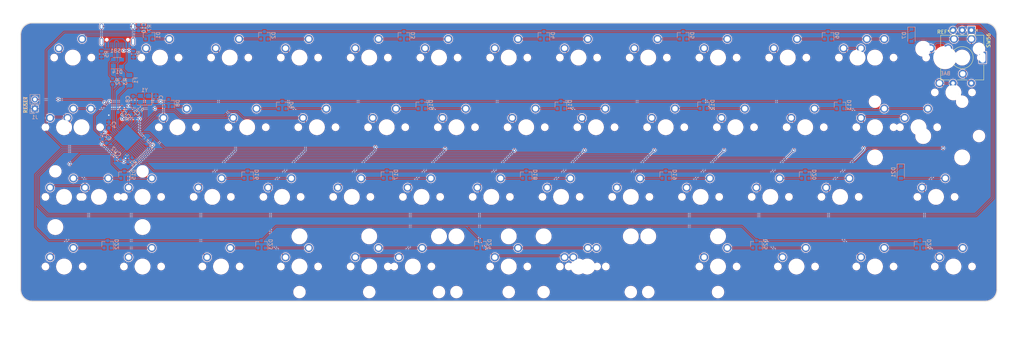
<source format=kicad_pcb>
(kicad_pcb (version 20171130) (host pcbnew 5.1.10-88a1d61d58~90~ubuntu20.04.1)
  (layers (0 F.Cu signal) (31 B.Cu signal) (34 B.Paste user) (35 F.Paste user) (36 B.SilkS user) (37 F.SilkS user) (38 B.Mask user) (39 F.Mask user) (44 Edge.Cuts user))
  (net 0 "")
  (net 1 ROW00)
  (net 2 "Net-(D1-Pad2)")
  (net 3 "Net-(D1-Pad1)")
  (net 4 "Net-(D2-Pad2)")
  (net 5 "Net-(D2-Pad1)")
  (net 6 "Net-(D3-Pad2)")
  (net 7 "Net-(D3-Pad1)")
  (net 8 "Net-(D4-Pad2)")
  (net 9 "Net-(D4-Pad1)")
  (net 10 "Net-(D5-Pad2)")
  (net 11 "Net-(D5-Pad1)")
  (net 12 "Net-(D6-Pad2)")
  (net 13 "Net-(D6-Pad1)")
  (net 14 ROW01)
  (net 15 "Net-(D8-Pad2)")
  (net 16 "Net-(D8-Pad1)")
  (net 17 "Net-(D9-Pad2)")
  (net 18 "Net-(D9-Pad1)")
  (net 19 "Net-(D10-Pad2)")
  (net 20 "Net-(D10-Pad1)")
  (net 21 "Net-(D11-Pad2)")
  (net 22 "Net-(D11-Pad1)")
  (net 23 "Net-(D12-Pad2)")
  (net 24 "Net-(D12-Pad1)")
  (net 25 "Net-(D13-Pad2)")
  (net 26 "Net-(D13-Pad1)")
  (net 27 "Net-(D14-Pad2)")
  (net 28 ROW02)
  (net 29 "Net-(D15-Pad2)")
  (net 30 "Net-(D15-Pad1)")
  (net 31 "Net-(D16-Pad2)")
  (net 32 "Net-(D16-Pad1)")
  (net 33 "Net-(D17-Pad2)")
  (net 34 "Net-(D17-Pad1)")
  (net 35 "Net-(D18-Pad2)")
  (net 36 "Net-(D18-Pad1)")
  (net 37 "Net-(D19-Pad2)")
  (net 38 "Net-(D19-Pad1)")
  (net 39 "Net-(D20-Pad2)")
  (net 40 "Net-(D20-Pad1)")
  (net 41 "Net-(D21-Pad2)")
  (net 42 ROW03)
  (net 43 "Net-(D22-Pad2)")
  (net 44 "Net-(D22-Pad1)")
  (net 45 "Net-(D23-Pad2)")
  (net 46 "Net-(D23-Pad1)")
  (net 47 "Net-(D24-Pad2)")
  (net 48 "Net-(D24-Pad1)")
  (net 49 "Net-(D25-Pad2)")
  (net 50 "Net-(D25-Pad1)")
  (net 51 "Net-(D26-Pad2)")
  (net 52 "Net-(D26-Pad1)")
  (net 53 COL11)
  (net 54 COL12)
  (net 55 COL00)
  (net 56 COL01)
  (net 57 COL02)
  (net 58 COL03)
  (net 59 COL04)
  (net 60 COL05)
  (net 61 COL06)
  (net 62 COL07)
  (net 63 COL08)
  (net 64 COL09)
  (net 65 COL10)
  (net 66 GND)
  (net 67 +5V)
  (net 68 "Net-(C7-Pad1)")
  (net 69 "Net-(C8-Pad1)")
  (net 70 "Net-(C9-Pad1)")
  (net 71 Earth)
  (net 72 VCC)
  (net 73 "Net-(D14-Pad3)")
  (net 74 "Net-(J1-Pad2)")
  (net 75 D-)
  (net 76 D+)
  (net 77 "Net-(R4-Pad2)")
  (net 78 "Net-(R5-Pad2)")
  (net 79 "Net-(R6-Pad2)")
  (net 80 "Net-(USB1-Pad3)")
  (net 81 "Net-(USB1-Pad9)")
  (net 82 ENC_R)
  (net 83 ENC_A)
  (net 84 ENC_B)
  (net 85 "Net-(U2-Pad42)")
  (net 86 "Net-(U2-Pad22)")
  (net 87 "Net-(U2-Pad12)")
  (net 88 "Net-(U2-Pad11)")
  (net 89 "Net-(U2-Pad10)")
  (net 90 "Net-(U2-Pad9)")
  (net 91 "Net-(U2-Pad8)")
  (module MX_Only:MXOnly-1.25U-NoLED (layer F.Cu) (at 126.20625 107.95)
    (fp_text reference SW58)
    (fp_text value SW_Push)
    (pad 2 thru_hole circle (at 2.54 -5.08) (size 2.25 2.25) (drill 1.47) (layers *.Cu B.Mask) (net 15 "Net-(D8-Pad2)"))
    (pad "" np_thru_hole circle (at 0 0) (size 3.9878 3.9878) (drill 3.9878) (layers *.Cu *.Mask))
    (pad 1 thru_hole circle (at -3.81 -2.54) (size 2.25 2.25) (drill 1.47) (layers *.Cu B.Mask) (net 55 COL00))
    (pad "" np_thru_hole circle (at -5.08 0 48.0996) (size 1.75 1.75) (drill 1.75) (layers *.Cu *.Mask))
    (pad "" np_thru_hole circle (at 5.08 0 48.0996) (size 1.75 1.75) (drill 1.75) (layers *.Cu *.Mask))
  )
  (module silk:turtle_pan_800_bmask (layer B.Cu) (at 287.782 145.415 180)
    (fp_text reference G*** hide)
    (fp_text value LOGO hide)
  )
  (module Package_DFN_QFN:QFN-44-1EP_7x7mm_P0.5mm_EP5.2x5.2mm (layer B.Cu) (at 143.383 110.774239 315)
    (fp_text reference U2 (at 0 4.82 315) (layer B.SilkS) (effects (justify mirror)))
    (fp_text value ATmega32U4-MU)
    (pad 45 smd rect (at 0 0 315) (size 5.2 5.2) (layers B.Cu B.Mask) (net 66 GND))
    (pad 44 smd roundrect (at -2.5 3.3375 315) (size 0.25 1.075) (layers B.Cu B.Paste B.Mask) (net 67 +5V))
    (pad 43 smd roundrect (at -2 3.3375 315) (size 0.25 1.075) (layers B.Cu B.Paste B.Mask) (net 66 GND))
    (pad 42 smd roundrect (at -1.5 3.3375 315) (size 0.25 1.075) (layers B.Cu B.Paste B.Mask) (net 85 "Net-(U2-Pad42)"))
    (pad 41 smd roundrect (at -1 3.3375 315) (size 0.25 1.075) (layers B.Cu B.Paste B.Mask) (net 1 ROW00))
    (pad 40 smd roundrect (at -0.5 3.3375 315) (size 0.25 1.075) (layers B.Cu B.Paste B.Mask) (net 42 ROW03))
    (pad 39 smd roundrect (at 0 3.3375 315) (size 0.25 1.075) (layers B.Cu B.Paste B.Mask) (net 84 ENC_B))
    (pad 38 smd roundrect (at 0.5 3.3375 315) (size 0.25 1.075) (layers B.Cu B.Paste B.Mask) (net 83 ENC_A))
    (pad 37 smd roundrect (at 1 3.3375 315) (size 0.25 1.075) (layers B.Cu B.Paste B.Mask) (net 55 COL00))
    (pad 36 smd roundrect (at 1.5 3.3375 315) (size 0.25 1.075) (layers B.Cu B.Paste B.Mask) (net 28 ROW02))
    (pad 35 smd roundrect (at 2 3.3375 315) (size 0.25 1.075) (layers B.Cu B.Paste B.Mask) (net 66 GND))
    (pad 34 smd roundrect (at 2.5 3.3375 315) (size 0.25 1.075) (layers B.Cu B.Paste B.Mask) (net 67 +5V))
    (pad 33 smd roundrect (at 3.3375 2.5 315) (size 1.075 0.25) (layers B.Cu B.Paste B.Mask) (net 77 "Net-(R4-Pad2)"))
    (pad 32 smd roundrect (at 3.3375 2 315) (size 1.075 0.25) (layers B.Cu B.Paste B.Mask) (net 54 COL12))
    (pad 31 smd roundrect (at 3.3375 1.5 315) (size 1.075 0.25) (layers B.Cu B.Paste B.Mask) (net 53 COL11))
    (pad 30 smd roundrect (at 3.3375 1 315) (size 1.075 0.25) (layers B.Cu B.Paste B.Mask) (net 65 COL10))
    (pad 29 smd roundrect (at 3.3375 0.5 315) (size 1.075 0.25) (layers B.Cu B.Paste B.Mask) (net 64 COL09))
    (pad 28 smd roundrect (at 3.3375 0 315) (size 1.075 0.25) (layers B.Cu B.Paste B.Mask) (net 63 COL08))
    (pad 27 smd roundrect (at 3.3375 -0.5 315) (size 1.075 0.25) (layers B.Cu B.Paste B.Mask) (net 62 COL07))
    (pad 26 smd roundrect (at 3.3375 -1 315) (size 1.075 0.25) (layers B.Cu B.Paste B.Mask) (net 61 COL06))
    (pad 25 smd roundrect (at 3.3375 -1.5 315) (size 1.075 0.25) (layers B.Cu B.Paste B.Mask) (net 60 COL05))
    (pad 24 smd roundrect (at 3.3375 -2 315) (size 1.075 0.25) (layers B.Cu B.Paste B.Mask) (net 67 +5V))
    (pad 23 smd roundrect (at 3.3375 -2.5 315) (size 1.075 0.25) (layers B.Cu B.Paste B.Mask) (net 66 GND))
    (pad 22 smd roundrect (at 2.5 -3.3375 315) (size 0.25 1.075) (layers B.Cu B.Paste B.Mask) (net 86 "Net-(U2-Pad22)"))
    (pad 21 smd roundrect (at 2 -3.3375 315) (size 0.25 1.075) (layers B.Cu B.Paste B.Mask) (net 59 COL04))
    (pad 20 smd roundrect (at 1.5 -3.3375 315) (size 0.25 1.075) (layers B.Cu B.Paste B.Mask) (net 56 COL01))
    (pad 19 smd roundrect (at 1 -3.3375 315) (size 0.25 1.075) (layers B.Cu B.Paste B.Mask) (net 57 COL02))
    (pad 18 smd roundrect (at 0.5 -3.3375 315) (size 0.25 1.075) (layers B.Cu B.Paste B.Mask) (net 58 COL03))
    (pad 17 smd roundrect (at 0 -3.3375 315) (size 0.25 1.075) (layers B.Cu B.Paste B.Mask) (net 68 "Net-(C7-Pad1)"))
    (pad 16 smd roundrect (at -0.5 -3.3375 315) (size 0.25 1.075) (layers B.Cu B.Paste B.Mask) (net 69 "Net-(C8-Pad1)"))
    (pad 15 smd roundrect (at -1 -3.3375 315) (size 0.25 1.075) (layers B.Cu B.Paste B.Mask) (net 66 GND))
    (pad 14 smd roundrect (at -1.5 -3.3375 315) (size 0.25 1.075) (layers B.Cu B.Paste B.Mask) (net 67 +5V))
    (pad 13 smd roundrect (at -2 -3.3375 315) (size 0.25 1.075) (layers B.Cu B.Paste B.Mask) (net 74 "Net-(J1-Pad2)"))
    (pad 12 smd roundrect (at -2.5 -3.3375 315) (size 0.25 1.075) (layers B.Cu B.Paste B.Mask) (net 87 "Net-(U2-Pad12)"))
    (pad 11 smd roundrect (at -3.3375 -2.5 315) (size 1.075 0.25) (layers B.Cu B.Paste B.Mask) (net 88 "Net-(U2-Pad11)"))
    (pad 10 smd roundrect (at -3.3375 -2 315) (size 1.075 0.25) (layers B.Cu B.Paste B.Mask) (net 89 "Net-(U2-Pad10)"))
    (pad 9 smd roundrect (at -3.3375 -1.5 315) (size 1.075 0.25) (layers B.Cu B.Paste B.Mask) (net 90 "Net-(U2-Pad9)"))
    (pad 8 smd roundrect (at -3.3375 -1 315) (size 1.075 0.25) (layers B.Cu B.Paste B.Mask) (net 91 "Net-(U2-Pad8)"))
    (pad 7 smd roundrect (at -3.3375 -0.5 315) (size 1.075 0.25) (layers B.Cu B.Paste B.Mask) (net 67 +5V))
    (pad 6 smd roundrect (at -3.3375 0 315) (size 1.075 0.25) (layers B.Cu B.Paste B.Mask) (net 70 "Net-(C9-Pad1)"))
    (pad 5 smd roundrect (at -3.3375 0.5 315) (size 1.075 0.25) (layers B.Cu B.Paste B.Mask) (net 66 GND))
    (pad 4 smd roundrect (at -3.3375 1 315) (size 1.075 0.25) (layers B.Cu B.Paste B.Mask) (net 76 D+))
    (pad 3 smd roundrect (at -3.3375 1.5 315) (size 1.075 0.25) (layers B.Cu B.Paste B.Mask) (net 75 D-))
    (pad 2 smd roundrect (at -3.3375 2 315) (size 1.075 0.25) (layers B.Cu B.Paste B.Mask) (net 67 +5V))
    (pad 1 smd roundrect (at -3.3375 2.5 315) (size 1.075 0.25) (layers B.Cu B.Paste B.Mask) (net 14 ROW01))
  )
  (module Rotary_Encoder:RotaryEncoder_Alps_EC11E-Switch_Vertical_H20mm (layer F.Cu) (at 373.987 81.4 270)
    (fp_text reference SW56 (at 2.8 -4.7 90) (layer F.SilkS))
    (fp_text value Rotary_Encoder_Switch)
    (pad A thru_hole rect (at 0 0 270) (size 2 2) (drill 1) (layers *.Cu *.Mask) (net 83 ENC_A))
    (pad C thru_hole circle (at 0 2.5 270) (size 2 2) (drill 1) (layers *.Cu *.Mask) (net 66 GND))
    (pad B thru_hole circle (at 0 5 270) (size 2 2) (drill 1) (layers *.Cu *.Mask) (net 84 ENC_B))
    (pad MP thru_hole rect (at 7.5 -3.1 270) (size 3.2 2) (drill oval 2.8 1.5) (layers *.Cu *.Mask))
    (pad MP thru_hole rect (at 7.5 8.1 270) (size 3.2 2) (drill oval 2.8 1.5) (layers *.Cu *.Mask))
    (pad S2 thru_hole circle (at 14.5 0 270) (size 2 2) (drill 1) (layers *.Cu *.Mask) (net 82 ENC_R))
    (pad S1 thru_hole circle (at 14.5 5 270) (size 2 2) (drill 1) (layers *.Cu *.Mask) (net 54 COL12))
  )
  (module MountingHole:MountingHole_6mm (layer F.Cu) (at 366.776 88.9)
    (fp_text reference REF** (at 0 -7) (layer F.SilkS))
    (fp_text value MountingHole_6mm)
    (pad 1 np_thru_hole circle (at 0 0) (size 6 6) (drill 6) (layers *.Cu *.Mask))
  )
  (module MX_Only:MXOnly-ISO-ReversedStabilizers-NoLED (layer F.Cu) (at 369.09375 98.425)
    (fp_text reference SW28)
    (fp_text value SW_Push)
    (pad "" np_thru_hole circle (at -8.255 -11.938) (size 3.9878 3.9878) (drill 3.9878) (layers *.Cu *.Mask))
    (pad "" np_thru_hole circle (at -8.255 11.938) (size 3.9878 3.9878) (drill 3.9878) (layers *.Cu *.Mask))
    (pad "" np_thru_hole circle (at 6.985 -11.938) (size 3.048 3.048) (drill 3.048) (layers *.Cu *.Mask))
    (pad "" np_thru_hole circle (at 6.985 11.938) (size 3.048 3.048) (drill 3.048) (layers *.Cu *.Mask))
    (pad "" np_thru_hole circle (at 5.08 0 48.0996) (size 1.75 1.75) (drill 1.75) (layers *.Cu *.Mask))
    (pad "" np_thru_hole circle (at -5.08 0 48.0996) (size 1.75 1.75) (drill 1.75) (layers *.Cu *.Mask))
    (pad 1 thru_hole circle (at -3.81 -2.54) (size 2.25 2.25) (drill 1.47) (layers *.Cu B.Mask) (net 54 COL12))
    (pad "" np_thru_hole circle (at 0 0) (size 3.9878 3.9878) (drill 3.9878) (layers *.Cu *.Mask))
    (pad 2 thru_hole circle (at 2.54 -5.08) (size 2.25 2.25) (drill 1.47) (layers *.Cu B.Mask) (net 82 ENC_R))
  )
  (module Crystal:Crystal_SMD_3225-4Pin_3.2x2.5mm (layer B.Cu) (at 148.181408 100.232013 180)
    (fp_text reference Y1 (at 0 2.45) (layer B.SilkS) (effects (justify mirror)))
    (fp_text value Crystal_GND24_Small)
    (pad 4 smd rect (at -1.1 0.85 180) (size 1.4 1.2) (layers B.Cu B.Paste B.Mask) (net 66 GND))
    (pad 3 smd rect (at 1.1 0.85 180) (size 1.4 1.2) (layers B.Cu B.Paste B.Mask) (net 69 "Net-(C8-Pad1)"))
    (pad 2 smd rect (at 1.1 -0.85 180) (size 1.4 1.2) (layers B.Cu B.Paste B.Mask) (net 66 GND))
    (pad 1 smd rect (at -1.1 -0.85 180) (size 1.4 1.2) (layers B.Cu B.Paste B.Mask) (net 68 "Net-(C7-Pad1)"))
  )
  (module Type-C:HRO-TYPE-C-31-M-12-Assembly (layer B.Cu) (at 140.753 77.776)
    (fp_text reference USB1 (at 0 9.25) (layer B.SilkS) (effects (justify mirror)))
    (fp_text value HRO-TYPE-C-31-M-12)
    (pad 13 thru_hole oval (at 4.32 2.6) (size 1 1.6) (drill oval 0.6 1.2) (layers *.Cu *.Mask) (net 71 Earth))
    (pad 13 thru_hole oval (at -4.32 2.6) (size 1 1.6) (drill oval 0.6 1.2) (layers *.Cu *.Mask) (net 71 Earth))
    (pad 13 thru_hole oval (at 4.32 6.78) (size 1 2.1) (drill oval 0.6 1.7) (layers *.Cu *.Mask) (net 71 Earth))
    (pad 13 thru_hole oval (at -4.32 6.78) (size 1 2.1) (drill oval 0.6 1.7) (layers *.Cu *.Mask) (net 71 Earth))
    (pad "" np_thru_hole circle (at -2.89 6.25) (size 0.65 0.65) (drill 0.65) (layers *.Cu *.Mask))
    (pad "" np_thru_hole circle (at 2.89 6.25) (size 0.65 0.65) (drill 0.65) (layers *.Cu *.Mask))
    (pad 6 smd rect (at -0.25 7.695) (size 0.3 1.45) (layers B.Cu B.Paste B.Mask) (net 73 "Net-(D14-Pad3)"))
    (pad 7 smd rect (at 0.25 7.695) (size 0.3 1.45) (layers B.Cu B.Paste B.Mask) (net 27 "Net-(D14-Pad2)"))
    (pad 8 smd rect (at 0.75 7.695) (size 0.3 1.45) (layers B.Cu B.Paste B.Mask) (net 73 "Net-(D14-Pad3)"))
    (pad 5 smd rect (at -0.75 7.695) (size 0.3 1.45) (layers B.Cu B.Paste B.Mask) (net 27 "Net-(D14-Pad2)"))
    (pad 9 smd rect (at 1.25 7.695) (size 0.3 1.45) (layers B.Cu B.Paste B.Mask) (net 81 "Net-(USB1-Pad9)"))
    (pad 4 smd rect (at -1.25 7.695) (size 0.3 1.45) (layers B.Cu B.Paste B.Mask) (net 78 "Net-(R5-Pad2)"))
    (pad 10 smd rect (at 1.75 7.695) (size 0.3 1.45) (layers B.Cu B.Paste B.Mask) (net 79 "Net-(R6-Pad2)"))
    (pad 3 smd rect (at -1.75 7.695) (size 0.3 1.45) (layers B.Cu B.Paste B.Mask) (net 80 "Net-(USB1-Pad3)"))
    (pad 2 smd rect (at -2.45 7.695) (size 0.6 1.45) (layers B.Cu B.Paste B.Mask) (net 72 VCC))
    (pad 11 smd rect (at 2.45 7.695) (size 0.6 1.45) (layers B.Cu B.Paste B.Mask) (net 72 VCC))
    (pad 1 smd rect (at -3.225 7.695) (size 0.6 1.45) (layers B.Cu B.Paste B.Mask) (net 66 GND))
    (pad 12 smd rect (at 3.225 7.695) (size 0.6 1.45) (layers B.Cu B.Paste B.Mask) (net 66 GND))
  )
  (module Resistor_SMD:R_0603_1608Metric (layer B.Cu) (at 148.082 80.772 90)
    (fp_text reference R7 (at 0 1.43 90) (layer B.SilkS) (effects (justify mirror)))
    (fp_text value 1M)
    (pad 2 smd roundrect (at 0.825 0 90) (size 0.8 0.95) (layers B.Cu B.Paste B.Mask) (net 71 Earth))
    (pad 1 smd roundrect (at -0.825 0 90) (size 0.8 0.95) (layers B.Cu B.Paste B.Mask) (net 66 GND))
  )
  (module Resistor_SMD:R_0603_1608Metric (layer B.Cu) (at 145.161 87.947 90)
    (fp_text reference R6 (at 0 1.43 90) (layer B.SilkS) (effects (justify mirror)))
    (fp_text value 5.1k)
    (pad 2 smd roundrect (at 0.825 0 90) (size 0.8 0.95) (layers B.Cu B.Paste B.Mask) (net 79 "Net-(R6-Pad2)"))
    (pad 1 smd roundrect (at -0.825 0 90) (size 0.8 0.95) (layers B.Cu B.Paste B.Mask) (net 66 GND))
  )
  (module Resistor_SMD:R_0603_1608Metric (layer B.Cu) (at 136.398 87.947 90)
    (fp_text reference R5 (at 0 1.43 90) (layer B.SilkS) (effects (justify mirror)))
    (fp_text value 5.1k)
    (pad 2 smd roundrect (at 0.825 0 90) (size 0.8 0.95) (layers B.Cu B.Paste B.Mask) (net 78 "Net-(R5-Pad2)"))
    (pad 1 smd roundrect (at -0.825 0 90) (size 0.8 0.95) (layers B.Cu B.Paste B.Mask) (net 66 GND))
  )
  (module Resistor_SMD:R_0603_1608Metric (layer B.Cu) (at 144.220363 116.891637 45)
    (fp_text reference R4 (at 0 1.43 45) (layer B.SilkS) (effects (justify mirror)))
    (fp_text value 10k)
    (pad 2 smd roundrect (at 0.825 0 45) (size 0.8 0.95) (layers B.Cu B.Paste B.Mask) (net 77 "Net-(R4-Pad2)"))
    (pad 1 smd roundrect (at -0.825 0 45) (size 0.8 0.95) (layers B.Cu B.Paste B.Mask) (net 66 GND))
  )
  (module Resistor_SMD:R_0603_1608Metric (layer B.Cu) (at 141.478 95.441 90)
    (fp_text reference R3 (at 0 1.43 90) (layer B.SilkS) (effects (justify mirror)))
    (fp_text value 22)
    (pad 2 smd roundrect (at 0.825 0 90) (size 0.8 0.95) (layers B.Cu B.Paste B.Mask) (net 73 "Net-(D14-Pad3)"))
    (pad 1 smd roundrect (at -0.825 0 90) (size 0.8 0.95) (layers B.Cu B.Paste B.Mask) (net 76 D+))
  )
  (module Resistor_SMD:R_0603_1608Metric (layer B.Cu) (at 139.446 95.44 90)
    (fp_text reference R2 (at 0 1.43 90) (layer B.SilkS) (effects (justify mirror)))
    (fp_text value 22)
    (pad 2 smd roundrect (at 0.825 0 90) (size 0.8 0.95) (layers B.Cu B.Paste B.Mask) (net 27 "Net-(D14-Pad2)"))
    (pad 1 smd roundrect (at -0.825 0 90) (size 0.8 0.95) (layers B.Cu B.Paste B.Mask) (net 75 D-))
  )
  (module Resistor_SMD:R_0603_1608Metric (layer B.Cu) (at 146.101637 103.937637 135)
    (fp_text reference R1 (at 0 1.43 135) (layer B.SilkS) (effects (justify mirror)))
    (fp_text value 10k)
    (pad 2 smd roundrect (at 0.825 0 135) (size 0.8 0.95) (layers B.Cu B.Paste B.Mask) (net 74 "Net-(J1-Pad2)"))
    (pad 1 smd roundrect (at -0.825 0 135) (size 0.8 0.95) (layers B.Cu B.Paste B.Mask) (net 67 +5V))
  )
  (module Connector_PinHeader_2.54mm:PinHeader_1x02_P2.54mm_Vertical (layer B.Cu) (at 118.237 102.87)
    (fp_text reference J1 (at 0 2.33) (layer B.SilkS) (effects (justify mirror)))
    (fp_text value Conn_01x02)
    (pad 2 thru_hole oval (at 0 -2.54) (size 1.7 1.7) (drill 1) (layers *.Cu *.Mask) (net 74 "Net-(J1-Pad2)"))
    (pad 1 thru_hole rect (at 0 0) (size 1.7 1.7) (drill 1) (layers *.Cu *.Mask) (net 66 GND))
  )
  (module Fuse:Fuse_1206_3216Metric (layer B.Cu) (at 144.018 95.120001 90)
    (fp_text reference F1 (at 0 1.82 90) (layer B.SilkS) (effects (justify mirror)))
    (fp_text value Polyfuse_Small)
    (pad 2 smd roundrect (at 1.4 0 90) (size 1.25 1.75) (layers B.Cu B.Paste B.Mask) (roundrect_rratio 0.2) (net 72 VCC))
    (pad 1 smd roundrect (at -1.4 0 90) (size 1.25 1.75) (layers B.Cu B.Paste B.Mask) (roundrect_rratio 0.2) (net 67 +5V))
  )
  (module Package_TO_SOT_SMD:SOT-143 (layer B.Cu) (at 140.759 90.424)
    (fp_text reference D14 (at 0.02 2.38) (layer B.SilkS) (effects (justify mirror)))
    (fp_text value PRTR5V0U2X)
    (pad 4 smd rect (at 1.1 0.95 90) (size 1 1.4) (layers B.Cu B.Paste B.Mask) (net 72 VCC))
    (pad 3 smd rect (at 1.1 -0.95 90) (size 1 1.4) (layers B.Cu B.Paste B.Mask) (net 73 "Net-(D14-Pad3)"))
    (pad 2 smd rect (at -1.1 -0.95 90) (size 1 1.4) (layers B.Cu B.Paste B.Mask) (net 27 "Net-(D14-Pad2)"))
    (pad 1 smd rect (at -1.1 0.77 90) (size 1.2 1.4) (layers B.Cu B.Paste B.Mask) (net 66 GND))
  )
  (module Capacitor_SMD:C_0603_1608Metric (layer B.Cu) (at 146.558 80.785 90)
    (fp_text reference C10 (at 0 1.43 90) (layer B.SilkS) (effects (justify mirror)))
    (fp_text value 4.7uF)
    (pad 2 smd roundrect (at 0.775 0 90) (size 0.9 0.95) (layers B.Cu B.Paste B.Mask) (net 71 Earth))
    (pad 1 smd roundrect (at -0.775 0 90) (size 0.9 0.95) (layers B.Cu B.Paste B.Mask) (net 66 GND))
  )
  (module Capacitor_SMD:C_0603_1608Metric (layer B.Cu) (at 141.478 103.251 45)
    (fp_text reference C9 (at 0 1.43 45) (layer B.SilkS) (effects (justify mirror)))
    (fp_text value 1uF)
    (pad 2 smd roundrect (at 0.775 0 45) (size 0.9 0.95) (layers B.Cu B.Paste B.Mask) (net 66 GND))
    (pad 1 smd roundrect (at -0.775 0 45) (size 0.9 0.95) (layers B.Cu B.Paste B.Mask) (net 70 "Net-(C9-Pad1)"))
  )
  (module Capacitor_SMD:C_0603_1608Metric (layer B.Cu) (at 145.049408 100.258013 270)
    (fp_text reference C8 (at 0 1.43 90) (layer B.SilkS) (effects (justify mirror)))
    (fp_text value 22pF)
    (pad 2 smd roundrect (at 0.775 0 270) (size 0.9 0.95) (layers B.Cu B.Paste B.Mask) (net 66 GND))
    (pad 1 smd roundrect (at -0.775 0 270) (size 0.9 0.95) (layers B.Cu B.Paste B.Mask) (net 69 "Net-(C8-Pad1)"))
  )
  (module Capacitor_SMD:C_0603_1608Metric (layer B.Cu) (at 151.272408 100.157012 90)
    (fp_text reference C7 (at 0 1.43 90) (layer B.SilkS) (effects (justify mirror)))
    (fp_text value 22pF)
    (pad 2 smd roundrect (at 0.775 0 90) (size 0.9 0.95) (layers B.Cu B.Paste B.Mask) (net 66 GND))
    (pad 1 smd roundrect (at -0.775 0 90) (size 0.9 0.95) (layers B.Cu B.Paste B.Mask) (net 68 "Net-(C7-Pad1)"))
  )
  (module Capacitor_SMD:C_0603_1608Metric (layer B.Cu) (at 142.580992 104.180008 45)
    (fp_text reference C6 (at 0 1.43 45) (layer B.SilkS) (effects (justify mirror)))
    (fp_text value 10uF)
    (pad 2 smd roundrect (at 0.775 0 45) (size 0.9 0.95) (layers B.Cu B.Paste B.Mask) (net 66 GND))
    (pad 1 smd roundrect (at -0.775 0 45) (size 0.9 0.95) (layers B.Cu B.Paste B.Mask) (net 67 +5V))
  )
  (module Capacitor_SMD:C_0603_1608Metric (layer B.Cu) (at 145.074008 104.942008 135)
    (fp_text reference C5 (at 0 1.43 135) (layer B.SilkS) (effects (justify mirror)))
    (fp_text value 0.1uF)
    (pad 2 smd roundrect (at 0.775 0 135) (size 0.9 0.95) (layers B.Cu B.Paste B.Mask) (net 66 GND))
    (pad 1 smd roundrect (at -0.775 0 135) (size 0.9 0.95) (layers B.Cu B.Paste B.Mask) (net 67 +5V))
  )
  (module Capacitor_SMD:C_0603_1608Metric (layer B.Cu) (at 138.43 107.302 90)
    (fp_text reference C4 (at 0 1.43 90) (layer B.SilkS) (effects (justify mirror)))
    (fp_text value 0.1uF)
    (pad 2 smd roundrect (at 0.775 0 90) (size 0.9 0.95) (layers B.Cu B.Paste B.Mask) (net 66 GND))
    (pad 1 smd roundrect (at -0.775 0 90) (size 0.9 0.95) (layers B.Cu B.Paste B.Mask) (net 67 +5V))
  )
  (module Capacitor_SMD:C_0603_1608Metric (layer B.Cu) (at 140.856 116.713 180)
    (fp_text reference C3 (at 0 1.43) (layer B.SilkS) (effects (justify mirror)))
    (fp_text value 0.1uF)
    (pad 2 smd roundrect (at 0.775 0 180) (size 0.9 0.95) (layers B.Cu B.Paste B.Mask) (net 66 GND))
    (pad 1 smd roundrect (at -0.775 0 180) (size 0.9 0.95) (layers B.Cu B.Paste B.Mask) (net 67 +5V))
  )
  (module Capacitor_SMD:C_0603_1608Metric (layer B.Cu) (at 137.246992 111.719992 135)
    (fp_text reference C2 (at 0 1.43 135) (layer B.SilkS) (effects (justify mirror)))
    (fp_text value 0.1uF)
    (pad 2 smd roundrect (at 0.775 0 135) (size 0.9 0.95) (layers B.Cu B.Paste B.Mask) (net 66 GND))
    (pad 1 smd roundrect (at -0.775 0 135) (size 0.9 0.95) (layers B.Cu B.Paste B.Mask) (net 67 +5V))
  )
  (module Capacitor_SMD:C_0603_1608Metric (layer B.Cu) (at 149.265008 111.973992 45)
    (fp_text reference C1 (at 0 1.43 45) (layer B.SilkS) (effects (justify mirror)))
    (fp_text value 0.1uF)
    (pad 2 smd roundrect (at 0.775 0 45) (size 0.9 0.95) (layers B.Cu B.Paste B.Mask) (net 66 GND))
    (pad 1 smd roundrect (at -0.775 0 45) (size 0.9 0.95) (layers B.Cu B.Paste B.Mask) (net 67 +5V))
  )
  (module MX_Only:MXOnly-7U-ReversedStabilizers-NoLED (layer F.Cu) (at 247.65 146.05)
    (fp_text reference SW55)
    (fp_text value SW_Push)
    (pad "" np_thru_hole circle (at 57.15 -8.255) (size 3.9878 3.9878) (drill 3.9878) (layers *.Cu *.Mask))
    (pad "" np_thru_hole circle (at -57.15 -8.255) (size 3.9878 3.9878) (drill 3.9878) (layers *.Cu *.Mask))
    (pad "" np_thru_hole circle (at 57.15 6.985) (size 3.048 3.048) (drill 3.048) (layers *.Cu *.Mask))
    (pad "" np_thru_hole circle (at -57.15 6.985) (size 3.048 3.048) (drill 3.048) (layers *.Cu *.Mask))
    (pad "" np_thru_hole circle (at 5.08 0 48.0996) (size 1.75 1.75) (drill 1.75) (layers *.Cu *.Mask))
    (pad "" np_thru_hole circle (at -5.08 0 48.0996) (size 1.75 1.75) (drill 1.75) (layers *.Cu *.Mask))
    (pad 1 thru_hole circle (at -3.81 -2.54) (size 2.25 2.25) (drill 1.47) (layers *.Cu B.Mask) (net 61 COL06))
    (pad "" np_thru_hole circle (at 0 0) (size 3.9878 3.9878) (drill 3.9878) (layers *.Cu *.Mask))
    (pad 2 thru_hole circle (at 2.54 -5.08) (size 2.25 2.25) (drill 1.47) (layers *.Cu B.Mask) (net 48 "Net-(D24-Pad1)"))
  )
  (module MX_Only:MXOnly-2.25U-NoLED (layer F.Cu) (at 359.56875 107.95)
    (fp_text reference SW57)
    (fp_text value SW_Push)
    (pad "" np_thru_hole circle (at 11.90625 8.255) (size 3.9878 3.9878) (drill 3.9878) (layers *.Cu *.Mask))
    (pad "" np_thru_hole circle (at -11.90625 8.255) (size 3.9878 3.9878) (drill 3.9878) (layers *.Cu *.Mask))
    (pad "" np_thru_hole circle (at 11.90625 -6.985) (size 3.048 3.048) (drill 3.048) (layers *.Cu *.Mask))
    (pad "" np_thru_hole circle (at -11.90625 -6.985) (size 3.048 3.048) (drill 3.048) (layers *.Cu *.Mask))
    (pad "" np_thru_hole circle (at 5.08 0 48.0996) (size 1.75 1.75) (drill 1.75) (layers *.Cu *.Mask))
    (pad "" np_thru_hole circle (at -5.08 0 48.0996) (size 1.75 1.75) (drill 1.75) (layers *.Cu *.Mask))
    (pad 1 thru_hole circle (at -3.81 -2.54) (size 2.25 2.25) (drill 1.47) (layers *.Cu B.Mask) (net 53 COL11))
    (pad "" np_thru_hole circle (at 0 0) (size 3.9878 3.9878) (drill 3.9878) (layers *.Cu *.Mask))
    (pad 2 thru_hole circle (at 2.54 -5.08) (size 2.25 2.25) (drill 1.47) (layers *.Cu B.Mask) (net 26 "Net-(D13-Pad1)"))
  )
  (module MX_Only:MXOnly-1.5U-NoLED (layer F.Cu) (at 366.7125 88.9)
    (fp_text reference SW15)
    (fp_text value SW_Push)
    (pad "" np_thru_hole circle (at 5.08 0 48.0996) (size 1.75 1.75) (drill 1.75) (layers *.Cu *.Mask))
    (pad "" np_thru_hole circle (at -5.08 0 48.0996) (size 1.75 1.75) (drill 1.75) (layers *.Cu *.Mask))
    (pad 1 thru_hole circle (at -3.81 -2.54) (size 2.25 2.25) (drill 1.47) (layers *.Cu B.Mask) (net 54 COL12))
    (pad "" np_thru_hole circle (at 0 0) (size 3.9878 3.9878) (drill 3.9878) (layers *.Cu *.Mask))
    (pad 2 thru_hole circle (at 2.54 -5.08) (size 2.25 2.25) (drill 1.47) (layers *.Cu B.Mask) (net 82 ENC_R))
  )
  (module MX_Only:MXOnly-1.5U-NoLED (layer F.Cu) (at 347.6625 88.9)
    (fp_text reference SW1)
    (fp_text value SW_Push)
    (pad "" np_thru_hole circle (at 5.08 0 48.0996) (size 1.75 1.75) (drill 1.75) (layers *.Cu *.Mask))
    (pad "" np_thru_hole circle (at -5.08 0 48.0996) (size 1.75 1.75) (drill 1.75) (layers *.Cu *.Mask))
    (pad 1 thru_hole circle (at -3.81 -2.54) (size 2.25 2.25) (drill 1.47) (layers *.Cu B.Mask) (net 53 COL11))
    (pad "" np_thru_hole circle (at 0 0) (size 3.9878 3.9878) (drill 3.9878) (layers *.Cu *.Mask))
    (pad 2 thru_hole circle (at 2.54 -5.08) (size 2.25 2.25) (drill 1.47) (layers *.Cu B.Mask) (net 13 "Net-(D6-Pad1)"))
  )
  (module MX_Only:MXOnly-3U-ReversedStabilizers-NoLED (layer F.Cu) (at 266.7 146.05)
    (fp_text reference SW54)
    (fp_text value SW_Push)
    (pad "" np_thru_hole circle (at 19.05 -8.255) (size 3.9878 3.9878) (drill 3.9878) (layers *.Cu *.Mask))
    (pad "" np_thru_hole circle (at -19.05 -8.255) (size 3.9878 3.9878) (drill 3.9878) (layers *.Cu *.Mask))
    (pad "" np_thru_hole circle (at 19.05 6.985) (size 3.048 3.048) (drill 3.048) (layers *.Cu *.Mask))
    (pad "" np_thru_hole circle (at -19.05 6.985) (size 3.048 3.048) (drill 3.048) (layers *.Cu *.Mask))
    (pad "" np_thru_hole circle (at 5.08 0 48.0996) (size 1.75 1.75) (drill 1.75) (layers *.Cu *.Mask))
    (pad "" np_thru_hole circle (at -5.08 0 48.0996) (size 1.75 1.75) (drill 1.75) (layers *.Cu *.Mask))
    (pad "" np_thru_hole circle (at 0 0) (size 3.9878 3.9878) (drill 3.9878) (layers *.Cu *.Mask))
    (pad 1 thru_hole circle (at -3.81 -2.54 48.1) (size 2.25 2.25) (drill 1.47) (layers *.Cu B.Mask) (net 61 COL06))
    (pad 2 thru_hole circle (at 2.54 -5.08) (size 2.25 2.25) (drill 1.47) (layers *.Cu B.Mask) (net 48 "Net-(D24-Pad1)"))
  )
  (module MX_Only:MXOnly-3U-ReversedStabilizers-NoLED (layer F.Cu) (at 209.55 146.05)
    (fp_text reference SW53)
    (fp_text value SW_Push)
    (pad "" np_thru_hole circle (at 19.05 -8.255) (size 3.9878 3.9878) (drill 3.9878) (layers *.Cu *.Mask))
    (pad "" np_thru_hole circle (at -19.05 -8.255) (size 3.9878 3.9878) (drill 3.9878) (layers *.Cu *.Mask))
    (pad "" np_thru_hole circle (at 19.05 6.985) (size 3.048 3.048) (drill 3.048) (layers *.Cu *.Mask))
    (pad "" np_thru_hole circle (at -19.05 6.985) (size 3.048 3.048) (drill 3.048) (layers *.Cu *.Mask))
    (pad "" np_thru_hole circle (at 5.08 0 48.0996) (size 1.75 1.75) (drill 1.75) (layers *.Cu *.Mask))
    (pad "" np_thru_hole circle (at -5.08 0 48.0996) (size 1.75 1.75) (drill 1.75) (layers *.Cu *.Mask))
    (pad "" np_thru_hole circle (at 0 0) (size 3.9878 3.9878) (drill 3.9878) (layers *.Cu *.Mask))
    (pad 1 thru_hole circle (at -3.81 -2.54 48.1) (size 2.25 2.25) (drill 1.47) (layers *.Cu B.Mask) (net 60 COL05))
    (pad 2 thru_hole circle (at 2.54 -5.08) (size 2.25 2.25) (drill 1.47) (layers *.Cu B.Mask) (net 47 "Net-(D24-Pad2)"))
  )
  (module MX_Only:MXOnly-1.25U-NoLED (layer F.Cu) (at 369.09375 146.05)
    (fp_text reference SW52)
    (fp_text value SW_Push)
    (pad "" np_thru_hole circle (at 5.08 0 48.0996) (size 1.75 1.75) (drill 1.75) (layers *.Cu *.Mask))
    (pad "" np_thru_hole circle (at -5.08 0 48.0996) (size 1.75 1.75) (drill 1.75) (layers *.Cu *.Mask))
    (pad 1 thru_hole circle (at -3.81 -2.54) (size 2.25 2.25) (drill 1.47) (layers *.Cu B.Mask) (net 54 COL12))
    (pad "" np_thru_hole circle (at 0 0) (size 3.9878 3.9878) (drill 3.9878) (layers *.Cu *.Mask))
    (pad 2 thru_hole circle (at 2.54 -5.08) (size 2.25 2.25) (drill 1.47) (layers *.Cu B.Mask) (net 52 "Net-(D26-Pad1)"))
  )
  (module MX_Only:MXOnly-1U-NoLED (layer F.Cu) (at 347.6625 146.05)
    (fp_text reference SW51)
    (fp_text value SW_Push)
    (pad "" np_thru_hole circle (at 5.08 0 48.0996) (size 1.75 1.75) (drill 1.75) (layers *.Cu *.Mask))
    (pad "" np_thru_hole circle (at -5.08 0 48.0996) (size 1.75 1.75) (drill 1.75) (layers *.Cu *.Mask))
    (pad 1 thru_hole circle (at -3.81 -2.54) (size 2.25 2.25) (drill 1.47) (layers *.Cu B.Mask) (net 53 COL11))
    (pad "" np_thru_hole circle (at 0 0) (size 3.9878 3.9878) (drill 3.9878) (layers *.Cu *.Mask))
    (pad 2 thru_hole circle (at 2.54 -5.08) (size 2.25 2.25) (drill 1.47) (layers *.Cu B.Mask) (net 51 "Net-(D26-Pad2)"))
  )
  (module MX_Only:MXOnly-1.25U-NoLED (layer F.Cu) (at 326.23125 146.05)
    (fp_text reference SW50)
    (fp_text value SW_Push)
    (pad "" np_thru_hole circle (at 5.08 0 48.0996) (size 1.75 1.75) (drill 1.75) (layers *.Cu *.Mask))
    (pad "" np_thru_hole circle (at -5.08 0 48.0996) (size 1.75 1.75) (drill 1.75) (layers *.Cu *.Mask))
    (pad 1 thru_hole circle (at -3.81 -2.54) (size 2.25 2.25) (drill 1.47) (layers *.Cu B.Mask) (net 65 COL10))
    (pad "" np_thru_hole circle (at 0 0) (size 3.9878 3.9878) (drill 3.9878) (layers *.Cu *.Mask))
    (pad 2 thru_hole circle (at 2.54 -5.08) (size 2.25 2.25) (drill 1.47) (layers *.Cu B.Mask) (net 50 "Net-(D25-Pad1)"))
  )
  (module MX_Only:MXOnly-1U-NoLED (layer F.Cu) (at 304.8 146.05)
    (fp_text reference SW49)
    (fp_text value SW_Push)
    (pad "" np_thru_hole circle (at 5.08 0 48.0996) (size 1.75 1.75) (drill 1.75) (layers *.Cu *.Mask))
    (pad "" np_thru_hole circle (at -5.08 0 48.0996) (size 1.75 1.75) (drill 1.75) (layers *.Cu *.Mask))
    (pad 1 thru_hole circle (at -3.81 -2.54) (size 2.25 2.25) (drill 1.47) (layers *.Cu B.Mask) (net 64 COL09))
    (pad "" np_thru_hole circle (at 0 0) (size 3.9878 3.9878) (drill 3.9878) (layers *.Cu *.Mask))
    (pad 2 thru_hole circle (at 2.54 -5.08) (size 2.25 2.25) (drill 1.47) (layers *.Cu B.Mask) (net 49 "Net-(D25-Pad2)"))
  )
  (module MX_Only:MXOnly-2.75U-ReversedStabilizers-NoLED (layer F.Cu) (at 269.08125 146.05)
    (fp_text reference SW48)
    (fp_text value SW_Push)
    (pad "" np_thru_hole circle (at 11.90625 -8.255) (size 3.9878 3.9878) (drill 3.9878) (layers *.Cu *.Mask))
    (pad "" np_thru_hole circle (at -11.90625 -8.255) (size 3.9878 3.9878) (drill 3.9878) (layers *.Cu *.Mask))
    (pad "" np_thru_hole circle (at 11.90625 6.985) (size 3.048 3.048) (drill 3.048) (layers *.Cu *.Mask))
    (pad "" np_thru_hole circle (at -11.90625 6.985) (size 3.048 3.048) (drill 3.048) (layers *.Cu *.Mask))
    (pad "" np_thru_hole circle (at 5.08 0 48.0996) (size 1.75 1.75) (drill 1.75) (layers *.Cu *.Mask))
    (pad "" np_thru_hole circle (at -5.08 0 48.0996) (size 1.75 1.75) (drill 1.75) (layers *.Cu *.Mask))
    (pad 1 thru_hole circle (at -3.81 -2.54) (size 2.25 2.25) (drill 1.47) (layers *.Cu B.Mask) (net 61 COL06))
    (pad "" np_thru_hole circle (at 0 0) (size 3.9878 3.9878) (drill 3.9878) (layers *.Cu *.Mask))
    (pad 2 thru_hole circle (at 2.54 -5.08) (size 2.25 2.25) (drill 1.47) (layers *.Cu B.Mask) (net 48 "Net-(D24-Pad1)"))
  )
  (module MX_Only:MXOnly-2.25U-ReversedStabilizers-NoLED (layer F.Cu) (at 221.45625 146.05)
    (fp_text reference SW47)
    (fp_text value SW_Push)
    (pad "" np_thru_hole circle (at 11.90625 -8.255) (size 3.9878 3.9878) (drill 3.9878) (layers *.Cu *.Mask))
    (pad "" np_thru_hole circle (at -11.90625 -8.255) (size 3.9878 3.9878) (drill 3.9878) (layers *.Cu *.Mask))
    (pad "" np_thru_hole circle (at 11.90625 6.985) (size 3.048 3.048) (drill 3.048) (layers *.Cu *.Mask))
    (pad "" np_thru_hole circle (at -11.90625 6.985) (size 3.048 3.048) (drill 3.048) (layers *.Cu *.Mask))
    (pad "" np_thru_hole circle (at 5.08 0 48.0996) (size 1.75 1.75) (drill 1.75) (layers *.Cu *.Mask))
    (pad "" np_thru_hole circle (at -5.08 0 48.0996) (size 1.75 1.75) (drill 1.75) (layers *.Cu *.Mask))
    (pad 1 thru_hole circle (at -3.81 -2.54) (size 2.25 2.25) (drill 1.47) (layers *.Cu B.Mask) (net 60 COL05))
    (pad "" np_thru_hole circle (at 0 0) (size 3.9878 3.9878) (drill 3.9878) (layers *.Cu *.Mask))
    (pad 2 thru_hole circle (at 2.54 -5.08) (size 2.25 2.25) (drill 1.47) (layers *.Cu B.Mask) (net 47 "Net-(D24-Pad2)"))
  )
  (module MX_Only:MXOnly-1U-NoLED (layer F.Cu) (at 190.5 146.05)
    (fp_text reference SW46)
    (fp_text value SW_Push)
    (pad "" np_thru_hole circle (at 5.08 0 48.0996) (size 1.75 1.75) (drill 1.75) (layers *.Cu *.Mask))
    (pad "" np_thru_hole circle (at -5.08 0 48.0996) (size 1.75 1.75) (drill 1.75) (layers *.Cu *.Mask))
    (pad 1 thru_hole circle (at -3.81 -2.54) (size 2.25 2.25) (drill 1.47) (layers *.Cu B.Mask) (net 58 COL03))
    (pad "" np_thru_hole circle (at 0 0) (size 3.9878 3.9878) (drill 3.9878) (layers *.Cu *.Mask))
    (pad 2 thru_hole circle (at 2.54 -5.08) (size 2.25 2.25) (drill 1.47) (layers *.Cu B.Mask) (net 46 "Net-(D23-Pad1)"))
  )
  (module MX_Only:MXOnly-1.25U-NoLED (layer F.Cu) (at 169.06875 146.05)
    (fp_text reference SW45)
    (fp_text value SW_Push)
    (pad "" np_thru_hole circle (at 5.08 0 48.0996) (size 1.75 1.75) (drill 1.75) (layers *.Cu *.Mask))
    (pad "" np_thru_hole circle (at -5.08 0 48.0996) (size 1.75 1.75) (drill 1.75) (layers *.Cu *.Mask))
    (pad 1 thru_hole circle (at -3.81 -2.54) (size 2.25 2.25) (drill 1.47) (layers *.Cu B.Mask) (net 57 COL02))
    (pad "" np_thru_hole circle (at 0 0) (size 3.9878 3.9878) (drill 3.9878) (layers *.Cu *.Mask))
    (pad 2 thru_hole circle (at 2.54 -5.08) (size 2.25 2.25) (drill 1.47) (layers *.Cu B.Mask) (net 45 "Net-(D23-Pad2)"))
  )
  (module MX_Only:MXOnly-1U-NoLED (layer F.Cu) (at 147.6375 146.05)
    (fp_text reference SW44)
    (fp_text value SW_Push)
    (pad "" np_thru_hole circle (at 5.08 0 48.0996) (size 1.75 1.75) (drill 1.75) (layers *.Cu *.Mask))
    (pad "" np_thru_hole circle (at -5.08 0 48.0996) (size 1.75 1.75) (drill 1.75) (layers *.Cu *.Mask))
    (pad 1 thru_hole circle (at -3.81 -2.54) (size 2.25 2.25) (drill 1.47) (layers *.Cu B.Mask) (net 56 COL01))
    (pad "" np_thru_hole circle (at 0 0) (size 3.9878 3.9878) (drill 3.9878) (layers *.Cu *.Mask))
    (pad 2 thru_hole circle (at 2.54 -5.08) (size 2.25 2.25) (drill 1.47) (layers *.Cu B.Mask) (net 44 "Net-(D22-Pad1)"))
  )
  (module MX_Only:MXOnly-1.25U-NoLED (layer F.Cu) (at 126.20625 146.05)
    (fp_text reference SW43)
    (fp_text value SW_Push)
    (pad "" np_thru_hole circle (at 5.08 0 48.0996) (size 1.75 1.75) (drill 1.75) (layers *.Cu *.Mask))
    (pad "" np_thru_hole circle (at -5.08 0 48.0996) (size 1.75 1.75) (drill 1.75) (layers *.Cu *.Mask))
    (pad 1 thru_hole circle (at -3.81 -2.54) (size 2.25 2.25) (drill 1.47) (layers *.Cu B.Mask) (net 55 COL00))
    (pad "" np_thru_hole circle (at 0 0) (size 3.9878 3.9878) (drill 3.9878) (layers *.Cu *.Mask))
    (pad 2 thru_hole circle (at 2.54 -5.08) (size 2.25 2.25) (drill 1.47) (layers *.Cu B.Mask) (net 43 "Net-(D22-Pad2)"))
  )
  (module MX_Only:MXOnly-1.75U-NoLED (layer F.Cu) (at 364.33125 127)
    (fp_text reference SW42)
    (fp_text value SW_Push)
    (pad "" np_thru_hole circle (at 5.08 0 48.0996) (size 1.75 1.75) (drill 1.75) (layers *.Cu *.Mask))
    (pad "" np_thru_hole circle (at -5.08 0 48.0996) (size 1.75 1.75) (drill 1.75) (layers *.Cu *.Mask))
    (pad 1 thru_hole circle (at -3.81 -2.54) (size 2.25 2.25) (drill 1.47) (layers *.Cu B.Mask) (net 54 COL12))
    (pad "" np_thru_hole circle (at 0 0) (size 3.9878 3.9878) (drill 3.9878) (layers *.Cu *.Mask))
    (pad 2 thru_hole circle (at 2.54 -5.08) (size 2.25 2.25) (drill 1.47) (layers *.Cu B.Mask) (net 41 "Net-(D21-Pad2)"))
  )
  (module MX_Only:MXOnly-1U-NoLED (layer F.Cu) (at 338.1375 127)
    (fp_text reference SW41)
    (fp_text value SW_Push)
    (pad "" np_thru_hole circle (at 5.08 0 48.0996) (size 1.75 1.75) (drill 1.75) (layers *.Cu *.Mask))
    (pad "" np_thru_hole circle (at -5.08 0 48.0996) (size 1.75 1.75) (drill 1.75) (layers *.Cu *.Mask))
    (pad 1 thru_hole circle (at -3.81 -2.54) (size 2.25 2.25) (drill 1.47) (layers *.Cu B.Mask) (net 53 COL11))
    (pad "" np_thru_hole circle (at 0 0) (size 3.9878 3.9878) (drill 3.9878) (layers *.Cu *.Mask))
    (pad 2 thru_hole circle (at 2.54 -5.08) (size 2.25 2.25) (drill 1.47) (layers *.Cu B.Mask) (net 40 "Net-(D20-Pad1)"))
  )
  (module MX_Only:MXOnly-1U-NoLED (layer F.Cu) (at 319.0875 127)
    (fp_text reference SW40)
    (fp_text value SW_Push)
    (pad "" np_thru_hole circle (at 5.08 0 48.0996) (size 1.75 1.75) (drill 1.75) (layers *.Cu *.Mask))
    (pad "" np_thru_hole circle (at -5.08 0 48.0996) (size 1.75 1.75) (drill 1.75) (layers *.Cu *.Mask))
    (pad 1 thru_hole circle (at -3.81 -2.54) (size 2.25 2.25) (drill 1.47) (layers *.Cu B.Mask) (net 65 COL10))
    (pad "" np_thru_hole circle (at 0 0) (size 3.9878 3.9878) (drill 3.9878) (layers *.Cu *.Mask))
    (pad 2 thru_hole circle (at 2.54 -5.08) (size 2.25 2.25) (drill 1.47) (layers *.Cu B.Mask) (net 39 "Net-(D20-Pad2)"))
  )
  (module MX_Only:MXOnly-1U-NoLED (layer F.Cu) (at 300.0375 127)
    (fp_text reference SW39)
    (fp_text value SW_Push)
    (pad "" np_thru_hole circle (at 5.08 0 48.0996) (size 1.75 1.75) (drill 1.75) (layers *.Cu *.Mask))
    (pad "" np_thru_hole circle (at -5.08 0 48.0996) (size 1.75 1.75) (drill 1.75) (layers *.Cu *.Mask))
    (pad 1 thru_hole circle (at -3.81 -2.54) (size 2.25 2.25) (drill 1.47) (layers *.Cu B.Mask) (net 64 COL09))
    (pad "" np_thru_hole circle (at 0 0) (size 3.9878 3.9878) (drill 3.9878) (layers *.Cu *.Mask))
    (pad 2 thru_hole circle (at 2.54 -5.08) (size 2.25 2.25) (drill 1.47) (layers *.Cu B.Mask) (net 38 "Net-(D19-Pad1)"))
  )
  (module MX_Only:MXOnly-1U-NoLED (layer F.Cu) (at 280.9875 127)
    (fp_text reference SW38)
    (fp_text value SW_Push)
    (pad "" np_thru_hole circle (at 5.08 0 48.0996) (size 1.75 1.75) (drill 1.75) (layers *.Cu *.Mask))
    (pad "" np_thru_hole circle (at -5.08 0 48.0996) (size 1.75 1.75) (drill 1.75) (layers *.Cu *.Mask))
    (pad 1 thru_hole circle (at -3.81 -2.54) (size 2.25 2.25) (drill 1.47) (layers *.Cu B.Mask) (net 63 COL08))
    (pad "" np_thru_hole circle (at 0 0) (size 3.9878 3.9878) (drill 3.9878) (layers *.Cu *.Mask))
    (pad 2 thru_hole circle (at 2.54 -5.08) (size 2.25 2.25) (drill 1.47) (layers *.Cu B.Mask) (net 37 "Net-(D19-Pad2)"))
  )
  (module MX_Only:MXOnly-1U-NoLED (layer F.Cu) (at 261.9375 127)
    (fp_text reference SW37)
    (fp_text value SW_Push)
    (pad "" np_thru_hole circle (at 5.08 0 48.0996) (size 1.75 1.75) (drill 1.75) (layers *.Cu *.Mask))
    (pad "" np_thru_hole circle (at -5.08 0 48.0996) (size 1.75 1.75) (drill 1.75) (layers *.Cu *.Mask))
    (pad 1 thru_hole circle (at -3.81 -2.54) (size 2.25 2.25) (drill 1.47) (layers *.Cu B.Mask) (net 62 COL07))
    (pad "" np_thru_hole circle (at 0 0) (size 3.9878 3.9878) (drill 3.9878) (layers *.Cu *.Mask))
    (pad 2 thru_hole circle (at 2.54 -5.08) (size 2.25 2.25) (drill 1.47) (layers *.Cu B.Mask) (net 36 "Net-(D18-Pad1)"))
  )
  (module MX_Only:MXOnly-1U-NoLED (layer F.Cu) (at 242.8875 127)
    (fp_text reference SW36)
    (fp_text value SW_Push)
    (pad "" np_thru_hole circle (at 5.08 0 48.0996) (size 1.75 1.75) (drill 1.75) (layers *.Cu *.Mask))
    (pad "" np_thru_hole circle (at -5.08 0 48.0996) (size 1.75 1.75) (drill 1.75) (layers *.Cu *.Mask))
    (pad 1 thru_hole circle (at -3.81 -2.54) (size 2.25 2.25) (drill 1.47) (layers *.Cu B.Mask) (net 61 COL06))
    (pad "" np_thru_hole circle (at 0 0) (size 3.9878 3.9878) (drill 3.9878) (layers *.Cu *.Mask))
    (pad 2 thru_hole circle (at 2.54 -5.08) (size 2.25 2.25) (drill 1.47) (layers *.Cu B.Mask) (net 35 "Net-(D18-Pad2)"))
  )
  (module MX_Only:MXOnly-1U-NoLED (layer F.Cu) (at 223.8375 127)
    (fp_text reference SW35)
    (fp_text value SW_Push)
    (pad "" np_thru_hole circle (at 5.08 0 48.0996) (size 1.75 1.75) (drill 1.75) (layers *.Cu *.Mask))
    (pad "" np_thru_hole circle (at -5.08 0 48.0996) (size 1.75 1.75) (drill 1.75) (layers *.Cu *.Mask))
    (pad 1 thru_hole circle (at -3.81 -2.54) (size 2.25 2.25) (drill 1.47) (layers *.Cu B.Mask) (net 60 COL05))
    (pad "" np_thru_hole circle (at 0 0) (size 3.9878 3.9878) (drill 3.9878) (layers *.Cu *.Mask))
    (pad 2 thru_hole circle (at 2.54 -5.08) (size 2.25 2.25) (drill 1.47) (layers *.Cu B.Mask) (net 34 "Net-(D17-Pad1)"))
  )
  (module MX_Only:MXOnly-1U-NoLED (layer F.Cu) (at 204.7875 127)
    (fp_text reference SW34)
    (fp_text value SW_Push)
    (pad "" np_thru_hole circle (at 5.08 0 48.0996) (size 1.75 1.75) (drill 1.75) (layers *.Cu *.Mask))
    (pad "" np_thru_hole circle (at -5.08 0 48.0996) (size 1.75 1.75) (drill 1.75) (layers *.Cu *.Mask))
    (pad 1 thru_hole circle (at -3.81 -2.54) (size 2.25 2.25) (drill 1.47) (layers *.Cu B.Mask) (net 59 COL04))
    (pad "" np_thru_hole circle (at 0 0) (size 3.9878 3.9878) (drill 3.9878) (layers *.Cu *.Mask))
    (pad 2 thru_hole circle (at 2.54 -5.08) (size 2.25 2.25) (drill 1.47) (layers *.Cu B.Mask) (net 33 "Net-(D17-Pad2)"))
  )
  (module MX_Only:MXOnly-1U-NoLED (layer F.Cu) (at 185.7375 127)
    (fp_text reference SW33)
    (fp_text value SW_Push)
    (pad "" np_thru_hole circle (at 5.08 0 48.0996) (size 1.75 1.75) (drill 1.75) (layers *.Cu *.Mask))
    (pad "" np_thru_hole circle (at -5.08 0 48.0996) (size 1.75 1.75) (drill 1.75) (layers *.Cu *.Mask))
    (pad 1 thru_hole circle (at -3.81 -2.54) (size 2.25 2.25) (drill 1.47) (layers *.Cu B.Mask) (net 58 COL03))
    (pad "" np_thru_hole circle (at 0 0) (size 3.9878 3.9878) (drill 3.9878) (layers *.Cu *.Mask))
    (pad 2 thru_hole circle (at 2.54 -5.08) (size 2.25 2.25) (drill 1.47) (layers *.Cu B.Mask) (net 32 "Net-(D16-Pad1)"))
  )
  (module MX_Only:MXOnly-1U-NoLED (layer F.Cu) (at 166.6875 127)
    (fp_text reference SW32)
    (fp_text value SW_Push)
    (pad "" np_thru_hole circle (at 5.08 0 48.0996) (size 1.75 1.75) (drill 1.75) (layers *.Cu *.Mask))
    (pad "" np_thru_hole circle (at -5.08 0 48.0996) (size 1.75 1.75) (drill 1.75) (layers *.Cu *.Mask))
    (pad 1 thru_hole circle (at -3.81 -2.54) (size 2.25 2.25) (drill 1.47) (layers *.Cu B.Mask) (net 57 COL02))
    (pad "" np_thru_hole circle (at 0 0) (size 3.9878 3.9878) (drill 3.9878) (layers *.Cu *.Mask))
    (pad 2 thru_hole circle (at 2.54 -5.08) (size 2.25 2.25) (drill 1.47) (layers *.Cu B.Mask) (net 31 "Net-(D16-Pad2)"))
  )
  (module MX_Only:MXOnly-1U-NoLED (layer F.Cu) (at 147.6375 127)
    (fp_text reference SW31)
    (fp_text value SW_Push)
    (pad "" np_thru_hole circle (at 5.08 0 48.0996) (size 1.75 1.75) (drill 1.75) (layers *.Cu *.Mask))
    (pad "" np_thru_hole circle (at -5.08 0 48.0996) (size 1.75 1.75) (drill 1.75) (layers *.Cu *.Mask))
    (pad 1 thru_hole circle (at -3.81 -2.54) (size 2.25 2.25) (drill 1.47) (layers *.Cu B.Mask) (net 56 COL01))
    (pad "" np_thru_hole circle (at 0 0) (size 3.9878 3.9878) (drill 3.9878) (layers *.Cu *.Mask))
    (pad 2 thru_hole circle (at 2.54 -5.08) (size 2.25 2.25) (drill 1.47) (layers *.Cu B.Mask) (net 30 "Net-(D15-Pad1)"))
  )
  (module MX_Only:MXOnly-1.25U-NoLED (layer F.Cu) (at 126.20625 127)
    (fp_text reference SW30)
    (fp_text value SW_Push)
    (pad "" np_thru_hole circle (at 5.08 0 48.0996) (size 1.75 1.75) (drill 1.75) (layers *.Cu *.Mask))
    (pad "" np_thru_hole circle (at -5.08 0 48.0996) (size 1.75 1.75) (drill 1.75) (layers *.Cu *.Mask))
    (pad 1 thru_hole circle (at -3.81 -2.54) (size 2.25 2.25) (drill 1.47) (layers *.Cu B.Mask) (net 55 COL00))
    (pad "" np_thru_hole circle (at 0 0) (size 3.9878 3.9878) (drill 3.9878) (layers *.Cu *.Mask))
    (pad 2 thru_hole circle (at 2.54 -5.08) (size 2.25 2.25) (drill 1.47) (layers *.Cu B.Mask) (net 29 "Net-(D15-Pad2)"))
  )
  (module MX_Only:MXOnly-2.25U-NoLED (layer F.Cu) (at 135.73125 127)
    (fp_text reference SW29)
    (fp_text value SW_Push)
    (pad "" np_thru_hole circle (at 11.90625 8.255) (size 3.9878 3.9878) (drill 3.9878) (layers *.Cu *.Mask))
    (pad "" np_thru_hole circle (at -11.90625 8.255) (size 3.9878 3.9878) (drill 3.9878) (layers *.Cu *.Mask))
    (pad "" np_thru_hole circle (at 11.90625 -6.985) (size 3.048 3.048) (drill 3.048) (layers *.Cu *.Mask))
    (pad "" np_thru_hole circle (at -11.90625 -6.985) (size 3.048 3.048) (drill 3.048) (layers *.Cu *.Mask))
    (pad "" np_thru_hole circle (at 5.08 0 48.0996) (size 1.75 1.75) (drill 1.75) (layers *.Cu *.Mask))
    (pad "" np_thru_hole circle (at -5.08 0 48.0996) (size 1.75 1.75) (drill 1.75) (layers *.Cu *.Mask))
    (pad 1 thru_hole circle (at -3.81 -2.54) (size 2.25 2.25) (drill 1.47) (layers *.Cu B.Mask) (net 55 COL00))
    (pad "" np_thru_hole circle (at 0 0) (size 3.9878 3.9878) (drill 3.9878) (layers *.Cu *.Mask))
    (pad 2 thru_hole circle (at 2.54 -5.08) (size 2.25 2.25) (drill 1.47) (layers *.Cu B.Mask) (net 29 "Net-(D15-Pad2)"))
  )
  (module MX_Only:MXOnly-1U-NoLED (layer F.Cu) (at 347.6625 107.95)
    (fp_text reference SW27)
    (fp_text value SW_Push)
    (pad "" np_thru_hole circle (at 5.08 0 48.0996) (size 1.75 1.75) (drill 1.75) (layers *.Cu *.Mask))
    (pad "" np_thru_hole circle (at -5.08 0 48.0996) (size 1.75 1.75) (drill 1.75) (layers *.Cu *.Mask))
    (pad 1 thru_hole circle (at -3.81 -2.54) (size 2.25 2.25) (drill 1.47) (layers *.Cu B.Mask) (net 53 COL11))
    (pad "" np_thru_hole circle (at 0 0) (size 3.9878 3.9878) (drill 3.9878) (layers *.Cu *.Mask))
    (pad 2 thru_hole circle (at 2.54 -5.08) (size 2.25 2.25) (drill 1.47) (layers *.Cu B.Mask) (net 26 "Net-(D13-Pad1)"))
  )
  (module MX_Only:MXOnly-1U-NoLED (layer F.Cu) (at 328.6125 107.95)
    (fp_text reference SW26)
    (fp_text value SW_Push)
    (pad "" np_thru_hole circle (at 5.08 0 48.0996) (size 1.75 1.75) (drill 1.75) (layers *.Cu *.Mask))
    (pad "" np_thru_hole circle (at -5.08 0 48.0996) (size 1.75 1.75) (drill 1.75) (layers *.Cu *.Mask))
    (pad 1 thru_hole circle (at -3.81 -2.54) (size 2.25 2.25) (drill 1.47) (layers *.Cu B.Mask) (net 65 COL10))
    (pad "" np_thru_hole circle (at 0 0) (size 3.9878 3.9878) (drill 3.9878) (layers *.Cu *.Mask))
    (pad 2 thru_hole circle (at 2.54 -5.08) (size 2.25 2.25) (drill 1.47) (layers *.Cu B.Mask) (net 25 "Net-(D13-Pad2)"))
  )
  (module MX_Only:MXOnly-1U-NoLED (layer F.Cu) (at 309.5625 107.95)
    (fp_text reference SW25)
    (fp_text value SW_Push)
    (pad "" np_thru_hole circle (at 5.08 0 48.0996) (size 1.75 1.75) (drill 1.75) (layers *.Cu *.Mask))
    (pad "" np_thru_hole circle (at -5.08 0 48.0996) (size 1.75 1.75) (drill 1.75) (layers *.Cu *.Mask))
    (pad 1 thru_hole circle (at -3.81 -2.54) (size 2.25 2.25) (drill 1.47) (layers *.Cu B.Mask) (net 64 COL09))
    (pad "" np_thru_hole circle (at 0 0) (size 3.9878 3.9878) (drill 3.9878) (layers *.Cu *.Mask))
    (pad 2 thru_hole circle (at 2.54 -5.08) (size 2.25 2.25) (drill 1.47) (layers *.Cu B.Mask) (net 24 "Net-(D12-Pad1)"))
  )
  (module MX_Only:MXOnly-1U-NoLED (layer F.Cu) (at 290.5125 107.95)
    (fp_text reference SW24)
    (fp_text value SW_Push)
    (pad "" np_thru_hole circle (at 5.08 0 48.0996) (size 1.75 1.75) (drill 1.75) (layers *.Cu *.Mask))
    (pad "" np_thru_hole circle (at -5.08 0 48.0996) (size 1.75 1.75) (drill 1.75) (layers *.Cu *.Mask))
    (pad 1 thru_hole circle (at -3.81 -2.54) (size 2.25 2.25) (drill 1.47) (layers *.Cu B.Mask) (net 63 COL08))
    (pad "" np_thru_hole circle (at 0 0) (size 3.9878 3.9878) (drill 3.9878) (layers *.Cu *.Mask))
    (pad 2 thru_hole circle (at 2.54 -5.08) (size 2.25 2.25) (drill 1.47) (layers *.Cu B.Mask) (net 23 "Net-(D12-Pad2)"))
  )
  (module MX_Only:MXOnly-1U-NoLED (layer F.Cu) (at 271.4625 107.95)
    (fp_text reference SW23)
    (fp_text value SW_Push)
    (pad "" np_thru_hole circle (at 5.08 0 48.0996) (size 1.75 1.75) (drill 1.75) (layers *.Cu *.Mask))
    (pad "" np_thru_hole circle (at -5.08 0 48.0996) (size 1.75 1.75) (drill 1.75) (layers *.Cu *.Mask))
    (pad 1 thru_hole circle (at -3.81 -2.54) (size 2.25 2.25) (drill 1.47) (layers *.Cu B.Mask) (net 62 COL07))
    (pad "" np_thru_hole circle (at 0 0) (size 3.9878 3.9878) (drill 3.9878) (layers *.Cu *.Mask))
    (pad 2 thru_hole circle (at 2.54 -5.08) (size 2.25 2.25) (drill 1.47) (layers *.Cu B.Mask) (net 22 "Net-(D11-Pad1)"))
  )
  (module MX_Only:MXOnly-1U-NoLED (layer F.Cu) (at 252.4125 107.95)
    (fp_text reference SW22)
    (fp_text value SW_Push)
    (pad "" np_thru_hole circle (at 5.08 0 48.0996) (size 1.75 1.75) (drill 1.75) (layers *.Cu *.Mask))
    (pad "" np_thru_hole circle (at -5.08 0 48.0996) (size 1.75 1.75) (drill 1.75) (layers *.Cu *.Mask))
    (pad 1 thru_hole circle (at -3.81 -2.54) (size 2.25 2.25) (drill 1.47) (layers *.Cu B.Mask) (net 61 COL06))
    (pad "" np_thru_hole circle (at 0 0) (size 3.9878 3.9878) (drill 3.9878) (layers *.Cu *.Mask))
    (pad 2 thru_hole circle (at 2.54 -5.08) (size 2.25 2.25) (drill 1.47) (layers *.Cu B.Mask) (net 21 "Net-(D11-Pad2)"))
  )
  (module MX_Only:MXOnly-1U-NoLED (layer F.Cu) (at 233.3625 107.95)
    (fp_text reference SW21)
    (fp_text value SW_Push)
    (pad "" np_thru_hole circle (at 5.08 0 48.0996) (size 1.75 1.75) (drill 1.75) (layers *.Cu *.Mask))
    (pad "" np_thru_hole circle (at -5.08 0 48.0996) (size 1.75 1.75) (drill 1.75) (layers *.Cu *.Mask))
    (pad 1 thru_hole circle (at -3.81 -2.54) (size 2.25 2.25) (drill 1.47) (layers *.Cu B.Mask) (net 60 COL05))
    (pad "" np_thru_hole circle (at 0 0) (size 3.9878 3.9878) (drill 3.9878) (layers *.Cu *.Mask))
    (pad 2 thru_hole circle (at 2.54 -5.08) (size 2.25 2.25) (drill 1.47) (layers *.Cu B.Mask) (net 20 "Net-(D10-Pad1)"))
  )
  (module MX_Only:MXOnly-1U-NoLED (layer F.Cu) (at 214.3125 107.95)
    (fp_text reference SW20)
    (fp_text value SW_Push)
    (pad "" np_thru_hole circle (at 5.08 0 48.0996) (size 1.75 1.75) (drill 1.75) (layers *.Cu *.Mask))
    (pad "" np_thru_hole circle (at -5.08 0 48.0996) (size 1.75 1.75) (drill 1.75) (layers *.Cu *.Mask))
    (pad 1 thru_hole circle (at -3.81 -2.54) (size 2.25 2.25) (drill 1.47) (layers *.Cu B.Mask) (net 59 COL04))
    (pad "" np_thru_hole circle (at 0 0) (size 3.9878 3.9878) (drill 3.9878) (layers *.Cu *.Mask))
    (pad 2 thru_hole circle (at 2.54 -5.08) (size 2.25 2.25) (drill 1.47) (layers *.Cu B.Mask) (net 19 "Net-(D10-Pad2)"))
  )
  (module MX_Only:MXOnly-1U-NoLED (layer F.Cu) (at 195.2625 107.95)
    (fp_text reference SW19)
    (fp_text value SW_Push)
    (pad "" np_thru_hole circle (at 5.08 0 48.0996) (size 1.75 1.75) (drill 1.75) (layers *.Cu *.Mask))
    (pad "" np_thru_hole circle (at -5.08 0 48.0996) (size 1.75 1.75) (drill 1.75) (layers *.Cu *.Mask))
    (pad 1 thru_hole circle (at -3.81 -2.54) (size 2.25 2.25) (drill 1.47) (layers *.Cu B.Mask) (net 58 COL03))
    (pad "" np_thru_hole circle (at 0 0) (size 3.9878 3.9878) (drill 3.9878) (layers *.Cu *.Mask))
    (pad 2 thru_hole circle (at 2.54 -5.08) (size 2.25 2.25) (drill 1.47) (layers *.Cu B.Mask) (net 18 "Net-(D9-Pad1)"))
  )
  (module MX_Only:MXOnly-1U-NoLED (layer F.Cu) (at 176.2125 107.95)
    (fp_text reference SW18)
    (fp_text value SW_Push)
    (pad "" np_thru_hole circle (at 5.08 0 48.0996) (size 1.75 1.75) (drill 1.75) (layers *.Cu *.Mask))
    (pad "" np_thru_hole circle (at -5.08 0 48.0996) (size 1.75 1.75) (drill 1.75) (layers *.Cu *.Mask))
    (pad 1 thru_hole circle (at -3.81 -2.54) (size 2.25 2.25) (drill 1.47) (layers *.Cu B.Mask) (net 57 COL02))
    (pad "" np_thru_hole circle (at 0 0) (size 3.9878 3.9878) (drill 3.9878) (layers *.Cu *.Mask))
    (pad 2 thru_hole circle (at 2.54 -5.08) (size 2.25 2.25) (drill 1.47) (layers *.Cu B.Mask) (net 17 "Net-(D9-Pad2)"))
  )
  (module MX_Only:MXOnly-1U-NoLED (layer F.Cu) (at 157.1625 107.95)
    (fp_text reference SW17)
    (fp_text value SW_Push)
    (pad "" np_thru_hole circle (at 5.08 0 48.0996) (size 1.75 1.75) (drill 1.75) (layers *.Cu *.Mask))
    (pad "" np_thru_hole circle (at -5.08 0 48.0996) (size 1.75 1.75) (drill 1.75) (layers *.Cu *.Mask))
    (pad 1 thru_hole circle (at -3.81 -2.54) (size 2.25 2.25) (drill 1.47) (layers *.Cu B.Mask) (net 56 COL01))
    (pad "" np_thru_hole circle (at 0 0) (size 3.9878 3.9878) (drill 3.9878) (layers *.Cu *.Mask))
    (pad 2 thru_hole circle (at 2.54 -5.08) (size 2.25 2.25) (drill 1.47) (layers *.Cu B.Mask) (net 16 "Net-(D8-Pad1)"))
  )
  (module MX_Only:MXOnly-1.75U-NoLED (layer F.Cu) (at 130.96875 107.95)
    (fp_text reference SW16)
    (fp_text value SW_Push)
    (pad "" np_thru_hole circle (at 5.08 0 48.0996) (size 1.75 1.75) (drill 1.75) (layers *.Cu *.Mask))
    (pad "" np_thru_hole circle (at -5.08 0 48.0996) (size 1.75 1.75) (drill 1.75) (layers *.Cu *.Mask))
    (pad 1 thru_hole circle (at -3.81 -2.54) (size 2.25 2.25) (drill 1.47) (layers *.Cu B.Mask) (net 55 COL00))
    (pad "" np_thru_hole circle (at 0 0) (size 3.9878 3.9878) (drill 3.9878) (layers *.Cu *.Mask))
    (pad 2 thru_hole circle (at 2.54 -5.08) (size 2.25 2.25) (drill 1.47) (layers *.Cu B.Mask) (net 15 "Net-(D8-Pad2)"))
  )
  (module MX_Only:MXOnly-1U-NoLED (layer F.Cu) (at 342.9 88.9)
    (fp_text reference SW14)
    (fp_text value SW_Push)
    (pad "" np_thru_hole circle (at 5.08 0 48.0996) (size 1.75 1.75) (drill 1.75) (layers *.Cu *.Mask))
    (pad "" np_thru_hole circle (at -5.08 0 48.0996) (size 1.75 1.75) (drill 1.75) (layers *.Cu *.Mask))
    (pad 1 thru_hole circle (at -3.81 -2.54) (size 2.25 2.25) (drill 1.47) (layers *.Cu B.Mask) (net 53 COL11))
    (pad "" np_thru_hole circle (at 0 0) (size 3.9878 3.9878) (drill 3.9878) (layers *.Cu *.Mask))
    (pad 2 thru_hole circle (at 2.54 -5.08) (size 2.25 2.25) (drill 1.47) (layers *.Cu B.Mask) (net 13 "Net-(D6-Pad1)"))
  )
  (module MX_Only:MXOnly-1U-NoLED (layer F.Cu) (at 323.85 88.9)
    (fp_text reference SW13)
    (fp_text value SW_Push)
    (pad "" np_thru_hole circle (at 5.08 0 48.0996) (size 1.75 1.75) (drill 1.75) (layers *.Cu *.Mask))
    (pad "" np_thru_hole circle (at -5.08 0 48.0996) (size 1.75 1.75) (drill 1.75) (layers *.Cu *.Mask))
    (pad 1 thru_hole circle (at -3.81 -2.54) (size 2.25 2.25) (drill 1.47) (layers *.Cu B.Mask) (net 65 COL10))
    (pad "" np_thru_hole circle (at 0 0) (size 3.9878 3.9878) (drill 3.9878) (layers *.Cu *.Mask))
    (pad 2 thru_hole circle (at 2.54 -5.08) (size 2.25 2.25) (drill 1.47) (layers *.Cu B.Mask) (net 12 "Net-(D6-Pad2)"))
  )
  (module MX_Only:MXOnly-1U-NoLED (layer F.Cu) (at 304.8 88.9)
    (fp_text reference SW12)
    (fp_text value SW_Push)
    (pad "" np_thru_hole circle (at 5.08 0 48.0996) (size 1.75 1.75) (drill 1.75) (layers *.Cu *.Mask))
    (pad "" np_thru_hole circle (at -5.08 0 48.0996) (size 1.75 1.75) (drill 1.75) (layers *.Cu *.Mask))
    (pad 1 thru_hole circle (at -3.81 -2.54) (size 2.25 2.25) (drill 1.47) (layers *.Cu B.Mask) (net 64 COL09))
    (pad "" np_thru_hole circle (at 0 0) (size 3.9878 3.9878) (drill 3.9878) (layers *.Cu *.Mask))
    (pad 2 thru_hole circle (at 2.54 -5.08) (size 2.25 2.25) (drill 1.47) (layers *.Cu B.Mask) (net 11 "Net-(D5-Pad1)"))
  )
  (module MX_Only:MXOnly-1U-NoLED (layer F.Cu) (at 285.75 88.9)
    (fp_text reference SW11)
    (fp_text value SW_Push)
    (pad "" np_thru_hole circle (at 5.08 0 48.0996) (size 1.75 1.75) (drill 1.75) (layers *.Cu *.Mask))
    (pad "" np_thru_hole circle (at -5.08 0 48.0996) (size 1.75 1.75) (drill 1.75) (layers *.Cu *.Mask))
    (pad 1 thru_hole circle (at -3.81 -2.54) (size 2.25 2.25) (drill 1.47) (layers *.Cu B.Mask) (net 63 COL08))
    (pad "" np_thru_hole circle (at 0 0) (size 3.9878 3.9878) (drill 3.9878) (layers *.Cu *.Mask))
    (pad 2 thru_hole circle (at 2.54 -5.08) (size 2.25 2.25) (drill 1.47) (layers *.Cu B.Mask) (net 10 "Net-(D5-Pad2)"))
  )
  (module MX_Only:MXOnly-1U-NoLED (layer F.Cu) (at 266.7 88.9)
    (fp_text reference SW10)
    (fp_text value SW_Push)
    (pad "" np_thru_hole circle (at 5.08 0 48.0996) (size 1.75 1.75) (drill 1.75) (layers *.Cu *.Mask))
    (pad "" np_thru_hole circle (at -5.08 0 48.0996) (size 1.75 1.75) (drill 1.75) (layers *.Cu *.Mask))
    (pad 1 thru_hole circle (at -3.81 -2.54) (size 2.25 2.25) (drill 1.47) (layers *.Cu B.Mask) (net 62 COL07))
    (pad "" np_thru_hole circle (at 0 0) (size 3.9878 3.9878) (drill 3.9878) (layers *.Cu *.Mask))
    (pad 2 thru_hole circle (at 2.54 -5.08) (size 2.25 2.25) (drill 1.47) (layers *.Cu B.Mask) (net 9 "Net-(D4-Pad1)"))
  )
  (module MX_Only:MXOnly-1U-NoLED (layer F.Cu) (at 247.65 88.9)
    (fp_text reference SW9)
    (fp_text value SW_Push)
    (pad "" np_thru_hole circle (at 5.08 0 48.0996) (size 1.75 1.75) (drill 1.75) (layers *.Cu *.Mask))
    (pad "" np_thru_hole circle (at -5.08 0 48.0996) (size 1.75 1.75) (drill 1.75) (layers *.Cu *.Mask))
    (pad 1 thru_hole circle (at -3.81 -2.54) (size 2.25 2.25) (drill 1.47) (layers *.Cu B.Mask) (net 61 COL06))
    (pad "" np_thru_hole circle (at 0 0) (size 3.9878 3.9878) (drill 3.9878) (layers *.Cu *.Mask))
    (pad 2 thru_hole circle (at 2.54 -5.08) (size 2.25 2.25) (drill 1.47) (layers *.Cu B.Mask) (net 8 "Net-(D4-Pad2)"))
  )
  (module MX_Only:MXOnly-1U-NoLED (layer F.Cu) (at 228.6 88.9)
    (fp_text reference SW8)
    (fp_text value SW_Push)
    (pad "" np_thru_hole circle (at 5.08 0 48.0996) (size 1.75 1.75) (drill 1.75) (layers *.Cu *.Mask))
    (pad "" np_thru_hole circle (at -5.08 0 48.0996) (size 1.75 1.75) (drill 1.75) (layers *.Cu *.Mask))
    (pad 1 thru_hole circle (at -3.81 -2.54) (size 2.25 2.25) (drill 1.47) (layers *.Cu B.Mask) (net 60 COL05))
    (pad "" np_thru_hole circle (at 0 0) (size 3.9878 3.9878) (drill 3.9878) (layers *.Cu *.Mask))
    (pad 2 thru_hole circle (at 2.54 -5.08) (size 2.25 2.25) (drill 1.47) (layers *.Cu B.Mask) (net 7 "Net-(D3-Pad1)"))
  )
  (module MX_Only:MXOnly-1U-NoLED (layer F.Cu) (at 209.55 88.9)
    (fp_text reference SW7)
    (fp_text value SW_Push)
    (pad "" np_thru_hole circle (at 5.08 0 48.0996) (size 1.75 1.75) (drill 1.75) (layers *.Cu *.Mask))
    (pad "" np_thru_hole circle (at -5.08 0 48.0996) (size 1.75 1.75) (drill 1.75) (layers *.Cu *.Mask))
    (pad 1 thru_hole circle (at -3.81 -2.54) (size 2.25 2.25) (drill 1.47) (layers *.Cu B.Mask) (net 59 COL04))
    (pad "" np_thru_hole circle (at 0 0) (size 3.9878 3.9878) (drill 3.9878) (layers *.Cu *.Mask))
    (pad 2 thru_hole circle (at 2.54 -5.08) (size 2.25 2.25) (drill 1.47) (layers *.Cu B.Mask) (net 6 "Net-(D3-Pad2)"))
  )
  (module MX_Only:MXOnly-1U-NoLED (layer F.Cu) (at 190.5 88.9)
    (fp_text reference SW6)
    (fp_text value SW_Push)
    (pad "" np_thru_hole circle (at 5.08 0 48.0996) (size 1.75 1.75) (drill 1.75) (layers *.Cu *.Mask))
    (pad "" np_thru_hole circle (at -5.08 0 48.0996) (size 1.75 1.75) (drill 1.75) (layers *.Cu *.Mask))
    (pad 1 thru_hole circle (at -3.81 -2.54) (size 2.25 2.25) (drill 1.47) (layers *.Cu B.Mask) (net 58 COL03))
    (pad "" np_thru_hole circle (at 0 0) (size 3.9878 3.9878) (drill 3.9878) (layers *.Cu *.Mask))
    (pad 2 thru_hole circle (at 2.54 -5.08) (size 2.25 2.25) (drill 1.47) (layers *.Cu B.Mask) (net 5 "Net-(D2-Pad1)"))
  )
  (module MX_Only:MXOnly-1U-NoLED (layer F.Cu) (at 171.45 88.9)
    (fp_text reference SW5)
    (fp_text value SW_Push)
    (pad "" np_thru_hole circle (at 5.08 0 48.0996) (size 1.75 1.75) (drill 1.75) (layers *.Cu *.Mask))
    (pad "" np_thru_hole circle (at -5.08 0 48.0996) (size 1.75 1.75) (drill 1.75) (layers *.Cu *.Mask))
    (pad 1 thru_hole circle (at -3.81 -2.54) (size 2.25 2.25) (drill 1.47) (layers *.Cu B.Mask) (net 57 COL02))
    (pad "" np_thru_hole circle (at 0 0) (size 3.9878 3.9878) (drill 3.9878) (layers *.Cu *.Mask))
    (pad 2 thru_hole circle (at 2.54 -5.08) (size 2.25 2.25) (drill 1.47) (layers *.Cu B.Mask) (net 4 "Net-(D2-Pad2)"))
  )
  (module MX_Only:MXOnly-1U-NoLED (layer F.Cu) (at 152.4 88.9)
    (fp_text reference SW4)
    (fp_text value SW_Push)
    (pad "" np_thru_hole circle (at 5.08 0 48.0996) (size 1.75 1.75) (drill 1.75) (layers *.Cu *.Mask))
    (pad "" np_thru_hole circle (at -5.08 0 48.0996) (size 1.75 1.75) (drill 1.75) (layers *.Cu *.Mask))
    (pad 1 thru_hole circle (at -3.81 -2.54) (size 2.25 2.25) (drill 1.47) (layers *.Cu B.Mask) (net 56 COL01))
    (pad "" np_thru_hole circle (at 0 0) (size 3.9878 3.9878) (drill 3.9878) (layers *.Cu *.Mask))
    (pad 2 thru_hole circle (at 2.54 -5.08) (size 2.25 2.25) (drill 1.47) (layers *.Cu B.Mask) (net 3 "Net-(D1-Pad1)"))
  )
  (module MX_Only:MXOnly-1.5U-NoLED (layer F.Cu) (at 128.5875 88.9)
    (fp_text reference SW3)
    (fp_text value SW_Push)
    (pad "" np_thru_hole circle (at 5.08 0 48.0996) (size 1.75 1.75) (drill 1.75) (layers *.Cu *.Mask))
    (pad "" np_thru_hole circle (at -5.08 0 48.0996) (size 1.75 1.75) (drill 1.75) (layers *.Cu *.Mask))
    (pad 1 thru_hole circle (at -3.81 -2.54) (size 2.25 2.25) (drill 1.47) (layers *.Cu B.Mask) (net 55 COL00))
    (pad "" np_thru_hole circle (at 0 0) (size 3.9878 3.9878) (drill 3.9878) (layers *.Cu *.Mask))
    (pad 2 thru_hole circle (at 2.54 -5.08) (size 2.25 2.25) (drill 1.47) (layers *.Cu B.Mask) (net 2 "Net-(D1-Pad2)"))
  )
  (module MX_Only:MXOnly-1U-NoLED (layer F.Cu) (at 371.475 88.9)
    (fp_text reference SW2)
    (fp_text value SW_Push)
    (pad "" np_thru_hole circle (at 5.08 0 48.0996) (size 1.75 1.75) (drill 1.75) (layers *.Cu *.Mask))
    (pad "" np_thru_hole circle (at -5.08 0 48.0996) (size 1.75 1.75) (drill 1.75) (layers *.Cu *.Mask))
    (pad 1 thru_hole circle (at -3.81 -2.54) (size 2.25 2.25) (drill 1.47) (layers *.Cu B.Mask) (net 54 COL12))
    (pad "" np_thru_hole circle (at 0 0) (size 3.9878 3.9878) (drill 3.9878) (layers *.Cu *.Mask))
    (pad 2 thru_hole circle (at 2.54 -5.08) (size 2.25 2.25) (drill 1.47) (layers *.Cu B.Mask) (net 82 ENC_R))
  )
  (module Package_TO_SOT_SMD:SOT-23 (layer B.Cu) (at 359.984 139.97 90)
    (fp_text reference D26 (at 0 2.5 90) (layer B.SilkS) (effects (justify mirror)))
    (fp_text value BAV70)
    (pad 3 smd rect (at 1 0 90) (size 0.9 0.8) (layers B.Cu B.Paste B.Mask) (net 42 ROW03))
    (pad 2 smd rect (at -1 -0.95 90) (size 0.9 0.8) (layers B.Cu B.Paste B.Mask) (net 51 "Net-(D26-Pad2)"))
    (pad 1 smd rect (at -1 0.95 90) (size 0.9 0.8) (layers B.Cu B.Paste B.Mask) (net 52 "Net-(D26-Pad1)"))
  )
  (module Package_TO_SOT_SMD:SOT-23 (layer B.Cu) (at 315.275 139.97 90)
    (fp_text reference D25 (at 0 2.5 90) (layer B.SilkS) (effects (justify mirror)))
    (fp_text value BAV70)
    (pad 3 smd rect (at 1 0 90) (size 0.9 0.8) (layers B.Cu B.Paste B.Mask) (net 42 ROW03))
    (pad 2 smd rect (at -1 -0.95 90) (size 0.9 0.8) (layers B.Cu B.Paste B.Mask) (net 49 "Net-(D25-Pad2)"))
    (pad 1 smd rect (at -1 0.95 90) (size 0.9 0.8) (layers B.Cu B.Paste B.Mask) (net 50 "Net-(D25-Pad1)"))
  )
  (module Package_TO_SOT_SMD:SOT-23 (layer B.Cu) (at 239.903 139.938 90)
    (fp_text reference D24 (at 0 2.5 90) (layer B.SilkS) (effects (justify mirror)))
    (fp_text value BAV70)
    (pad 3 smd rect (at 1 0 90) (size 0.9 0.8) (layers B.Cu B.Paste B.Mask) (net 42 ROW03))
    (pad 2 smd rect (at -1 -0.95 90) (size 0.9 0.8) (layers B.Cu B.Paste B.Mask) (net 47 "Net-(D24-Pad2)"))
    (pad 1 smd rect (at -1 0.95 90) (size 0.9 0.8) (layers B.Cu B.Paste B.Mask) (net 48 "Net-(D24-Pad1)"))
  )
  (module Package_TO_SOT_SMD:SOT-23 (layer B.Cu) (at 180.147 139.97 90)
    (fp_text reference D23 (at 0 2.5 90) (layer B.SilkS) (effects (justify mirror)))
    (fp_text value BAV70)
    (pad 3 smd rect (at 1 0 90) (size 0.9 0.8) (layers B.Cu B.Paste B.Mask) (net 42 ROW03))
    (pad 2 smd rect (at -1 -0.95 90) (size 0.9 0.8) (layers B.Cu B.Paste B.Mask) (net 45 "Net-(D23-Pad2)"))
    (pad 1 smd rect (at -1 0.95 90) (size 0.9 0.8) (layers B.Cu B.Paste B.Mask) (net 46 "Net-(D23-Pad1)"))
  )
  (module Package_TO_SOT_SMD:SOT-23 (layer B.Cu) (at 138.115 139.97 90)
    (fp_text reference D22 (at 0 2.5 90) (layer B.SilkS) (effects (justify mirror)))
    (fp_text value BAV70)
    (pad 3 smd rect (at 1 0 90) (size 0.9 0.8) (layers B.Cu B.Paste B.Mask) (net 42 ROW03))
    (pad 2 smd rect (at -1 -0.95 90) (size 0.9 0.8) (layers B.Cu B.Paste B.Mask) (net 43 "Net-(D22-Pad2)"))
    (pad 1 smd rect (at -1 0.95 90) (size 0.9 0.8) (layers B.Cu B.Paste B.Mask) (net 44 "Net-(D22-Pad1)"))
  )
  (module Diode_SMD:D_SOD-123 (layer B.Cu) (at 354.711 120.268 270)
    (fp_text reference D21 (at 0 2 90) (layer B.SilkS) (effects (justify mirror)))
    (fp_text value D_Small)
    (pad 2 smd rect (at 1.65 0 270) (size 0.9 1.2) (layers B.Cu B.Paste B.Mask) (net 41 "Net-(D21-Pad2)"))
    (pad 1 smd rect (at -1.65 0 270) (size 0.9 1.2) (layers B.Cu B.Paste B.Mask) (net 28 ROW02))
  )
  (module Package_TO_SOT_SMD:SOT-23 (layer B.Cu) (at 328.615 120.92 90)
    (fp_text reference D20 (at 0 2.5 90) (layer B.SilkS) (effects (justify mirror)))
    (fp_text value BAV70)
    (pad 3 smd rect (at 1 0 90) (size 0.9 0.8) (layers B.Cu B.Paste B.Mask) (net 28 ROW02))
    (pad 2 smd rect (at -1 -0.95 90) (size 0.9 0.8) (layers B.Cu B.Paste B.Mask) (net 39 "Net-(D20-Pad2)"))
    (pad 1 smd rect (at -1 0.95 90) (size 0.9 0.8) (layers B.Cu B.Paste B.Mask) (net 40 "Net-(D20-Pad1)"))
  )
  (module Package_TO_SOT_SMD:SOT-23 (layer B.Cu) (at 290.515 120.92 90)
    (fp_text reference D19 (at 0 2.5 90) (layer B.SilkS) (effects (justify mirror)))
    (fp_text value BAV70)
    (pad 3 smd rect (at 1 0 90) (size 0.9 0.8) (layers B.Cu B.Paste B.Mask) (net 28 ROW02))
    (pad 2 smd rect (at -1 -0.95 90) (size 0.9 0.8) (layers B.Cu B.Paste B.Mask) (net 37 "Net-(D19-Pad2)"))
    (pad 1 smd rect (at -1 0.95 90) (size 0.9 0.8) (layers B.Cu B.Paste B.Mask) (net 38 "Net-(D19-Pad1)"))
  )
  (module Package_TO_SOT_SMD:SOT-23 (layer B.Cu) (at 252.415 120.92 90)
    (fp_text reference D18 (at 0 2.5 90) (layer B.SilkS) (effects (justify mirror)))
    (fp_text value BAV70)
    (pad 3 smd rect (at 1 0 90) (size 0.9 0.8) (layers B.Cu B.Paste B.Mask) (net 28 ROW02))
    (pad 2 smd rect (at -1 -0.95 90) (size 0.9 0.8) (layers B.Cu B.Paste B.Mask) (net 35 "Net-(D18-Pad2)"))
    (pad 1 smd rect (at -1 0.95 90) (size 0.9 0.8) (layers B.Cu B.Paste B.Mask) (net 36 "Net-(D18-Pad1)"))
  )
  (module Package_TO_SOT_SMD:SOT-23 (layer B.Cu) (at 214.376 120.904 90)
    (fp_text reference D17 (at 0 2.5 90) (layer B.SilkS) (effects (justify mirror)))
    (fp_text value BAV70)
    (pad 3 smd rect (at 1 0 90) (size 0.9 0.8) (layers B.Cu B.Paste B.Mask) (net 28 ROW02))
    (pad 2 smd rect (at -1 -0.95 90) (size 0.9 0.8) (layers B.Cu B.Paste B.Mask) (net 33 "Net-(D17-Pad2)"))
    (pad 1 smd rect (at -1 0.95 90) (size 0.9 0.8) (layers B.Cu B.Paste B.Mask) (net 34 "Net-(D17-Pad1)"))
  )
  (module Package_TO_SOT_SMD:SOT-23 (layer B.Cu) (at 176.337 120.92 90)
    (fp_text reference D16 (at 0 2.5 90) (layer B.SilkS) (effects (justify mirror)))
    (fp_text value BAV70)
    (pad 3 smd rect (at 1 0 90) (size 0.9 0.8) (layers B.Cu B.Paste B.Mask) (net 28 ROW02))
    (pad 2 smd rect (at -1 -0.95 90) (size 0.9 0.8) (layers B.Cu B.Paste B.Mask) (net 31 "Net-(D16-Pad2)"))
    (pad 1 smd rect (at -1 0.95 90) (size 0.9 0.8) (layers B.Cu B.Paste B.Mask) (net 32 "Net-(D16-Pad1)"))
  )
  (module Package_TO_SOT_SMD:SOT-23 (layer B.Cu) (at 142.687 120.92 90)
    (fp_text reference D15 (at 0 2.5 90) (layer B.SilkS) (effects (justify mirror)))
    (fp_text value BAV70)
    (pad 3 smd rect (at 1 0 90) (size 0.9 0.8) (layers B.Cu B.Paste B.Mask) (net 28 ROW02))
    (pad 2 smd rect (at -1 -0.95 90) (size 0.9 0.8) (layers B.Cu B.Paste B.Mask) (net 29 "Net-(D15-Pad2)"))
    (pad 1 smd rect (at -1 0.95 90) (size 0.9 0.8) (layers B.Cu B.Paste B.Mask) (net 30 "Net-(D15-Pad1)"))
  )
  (module Package_TO_SOT_SMD:SOT-23 (layer B.Cu) (at 338.14 101.87 90)
    (fp_text reference D13 (at 0 2.5 90) (layer B.SilkS) (effects (justify mirror)))
    (fp_text value BAV70)
    (pad 3 smd rect (at 1 0 90) (size 0.9 0.8) (layers B.Cu B.Paste B.Mask) (net 14 ROW01))
    (pad 2 smd rect (at -1 -0.95 90) (size 0.9 0.8) (layers B.Cu B.Paste B.Mask) (net 25 "Net-(D13-Pad2)"))
    (pad 1 smd rect (at -1 0.95 90) (size 0.9 0.8) (layers B.Cu B.Paste B.Mask) (net 26 "Net-(D13-Pad1)"))
  )
  (module Package_TO_SOT_SMD:SOT-23 (layer B.Cu) (at 300.83125 101.80625 90)
    (fp_text reference D12 (at 0 2.5 90) (layer B.SilkS) (effects (justify mirror)))
    (fp_text value BAV70)
    (pad 3 smd rect (at 1 0 90) (size 0.9 0.8) (layers B.Cu B.Paste B.Mask) (net 14 ROW01))
    (pad 2 smd rect (at -1 -0.95 90) (size 0.9 0.8) (layers B.Cu B.Paste B.Mask) (net 23 "Net-(D12-Pad2)"))
    (pad 1 smd rect (at -1 0.95 90) (size 0.9 0.8) (layers B.Cu B.Paste B.Mask) (net 24 "Net-(D12-Pad1)"))
  )
  (module Package_TO_SOT_SMD:SOT-23 (layer B.Cu) (at 261.874 101.854 90)
    (fp_text reference D11 (at 0 2.5 90) (layer B.SilkS) (effects (justify mirror)))
    (fp_text value BAV70)
    (pad 3 smd rect (at 1 0 90) (size 0.9 0.8) (layers B.Cu B.Paste B.Mask) (net 14 ROW01))
    (pad 2 smd rect (at -1 -0.95 90) (size 0.9 0.8) (layers B.Cu B.Paste B.Mask) (net 21 "Net-(D11-Pad2)"))
    (pad 1 smd rect (at -1 0.95 90) (size 0.9 0.8) (layers B.Cu B.Paste B.Mask) (net 22 "Net-(D11-Pad1)"))
  )
  (module Package_TO_SOT_SMD:SOT-23 (layer B.Cu) (at 223.901 101.854 90)
    (fp_text reference D10 (at 0 2.5 90) (layer B.SilkS) (effects (justify mirror)))
    (fp_text value BAV70)
    (pad 3 smd rect (at 1 0 90) (size 0.9 0.8) (layers B.Cu B.Paste B.Mask) (net 14 ROW01))
    (pad 2 smd rect (at -1 -0.95 90) (size 0.9 0.8) (layers B.Cu B.Paste B.Mask) (net 19 "Net-(D10-Pad2)"))
    (pad 1 smd rect (at -1 0.95 90) (size 0.9 0.8) (layers B.Cu B.Paste B.Mask) (net 20 "Net-(D10-Pad1)"))
  )
  (module Package_TO_SOT_SMD:SOT-23 (layer B.Cu) (at 185.801 101.87 90)
    (fp_text reference D9 (at 0 2.5 90) (layer B.SilkS) (effects (justify mirror)))
    (fp_text value BAV70)
    (pad 3 smd rect (at 1 0 90) (size 0.9 0.8) (layers B.Cu B.Paste B.Mask) (net 14 ROW01))
    (pad 2 smd rect (at -1 -0.95 90) (size 0.9 0.8) (layers B.Cu B.Paste B.Mask) (net 17 "Net-(D9-Pad2)"))
    (pad 1 smd rect (at -1 0.95 90) (size 0.9 0.8) (layers B.Cu B.Paste B.Mask) (net 18 "Net-(D9-Pad1)"))
  )
  (module Package_TO_SOT_SMD:SOT-23 (layer B.Cu) (at 154.752 101.362 90)
    (fp_text reference D8 (at 0 2.5 90) (layer B.SilkS) (effects (justify mirror)))
    (fp_text value BAV70)
    (pad 3 smd rect (at 1 0 90) (size 0.9 0.8) (layers B.Cu B.Paste B.Mask) (net 14 ROW01))
    (pad 2 smd rect (at -1 -0.95 90) (size 0.9 0.8) (layers B.Cu B.Paste B.Mask) (net 15 "Net-(D8-Pad2)"))
    (pad 1 smd rect (at -1 0.95 90) (size 0.9 0.8) (layers B.Cu B.Paste B.Mask) (net 16 "Net-(D8-Pad1)"))
  )
  (module Diode_SMD:D_SOD-123 (layer B.Cu) (at 357.632 82.805 270)
    (fp_text reference D7 (at 0 2 90) (layer B.SilkS) (effects (justify mirror)))
    (fp_text value D_Small)
    (pad 2 smd rect (at 1.65 0 270) (size 0.9 1.2) (layers B.Cu B.Paste B.Mask) (net 82 ENC_R))
    (pad 1 smd rect (at -1.65 0 270) (size 0.9 1.2) (layers B.Cu B.Paste B.Mask) (net 1 ROW00))
  )
  (module Package_TO_SOT_SMD:SOT-23 (layer B.Cu) (at 334.838 82.82 90)
    (fp_text reference D6 (at 0 2.5 90) (layer B.SilkS) (effects (justify mirror)))
    (fp_text value BAV70)
    (pad 3 smd rect (at 1 0 90) (size 0.9 0.8) (layers B.Cu B.Paste B.Mask) (net 1 ROW00))
    (pad 2 smd rect (at -1 -0.95 90) (size 0.9 0.8) (layers B.Cu B.Paste B.Mask) (net 12 "Net-(D6-Pad2)"))
    (pad 1 smd rect (at -1 0.95 90) (size 0.9 0.8) (layers B.Cu B.Paste B.Mask) (net 13 "Net-(D6-Pad1)"))
  )
  (module Package_TO_SOT_SMD:SOT-23 (layer B.Cu) (at 295.275 82.804 90)
    (fp_text reference D5 (at 0 2.5 90) (layer B.SilkS) (effects (justify mirror)))
    (fp_text value BAV70)
    (pad 3 smd rect (at 1 0 90) (size 0.9 0.8) (layers B.Cu B.Paste B.Mask) (net 1 ROW00))
    (pad 2 smd rect (at -1 -0.95 90) (size 0.9 0.8) (layers B.Cu B.Paste B.Mask) (net 10 "Net-(D5-Pad2)"))
    (pad 1 smd rect (at -1 0.95 90) (size 0.9 0.8) (layers B.Cu B.Paste B.Mask) (net 11 "Net-(D5-Pad1)"))
  )
  (module Package_TO_SOT_SMD:SOT-23 (layer B.Cu) (at 257.241 82.82 90)
    (fp_text reference D4 (at 0 2.5 90) (layer B.SilkS) (effects (justify mirror)))
    (fp_text value BAV70)
    (pad 3 smd rect (at 1 0 90) (size 0.9 0.8) (layers B.Cu B.Paste B.Mask) (net 1 ROW00))
    (pad 2 smd rect (at -1 -0.95 90) (size 0.9 0.8) (layers B.Cu B.Paste B.Mask) (net 8 "Net-(D4-Pad2)"))
    (pad 1 smd rect (at -1 0.95 90) (size 0.9 0.8) (layers B.Cu B.Paste B.Mask) (net 9 "Net-(D4-Pad1)"))
  )
  (module Package_TO_SOT_SMD:SOT-23 (layer B.Cu) (at 219.014 82.82 90)
    (fp_text reference D3 (at 0 2.5 90) (layer B.SilkS) (effects (justify mirror)))
    (fp_text value BAV70)
    (pad 3 smd rect (at 1 0 90) (size 0.9 0.8) (layers B.Cu B.Paste B.Mask) (net 1 ROW00))
    (pad 2 smd rect (at -1 -0.95 90) (size 0.9 0.8) (layers B.Cu B.Paste B.Mask) (net 6 "Net-(D3-Pad2)"))
    (pad 1 smd rect (at -1 0.95 90) (size 0.9 0.8) (layers B.Cu B.Paste B.Mask) (net 7 "Net-(D3-Pad1)"))
  )
  (module Package_TO_SOT_SMD:SOT-23 (layer B.Cu) (at 180.914 82.804 90)
    (fp_text reference D2 (at 0 2.5 90) (layer B.SilkS) (effects (justify mirror)))
    (fp_text value BAV70)
    (pad 3 smd rect (at 1 0 90) (size 0.9 0.8) (layers B.Cu B.Paste B.Mask) (net 1 ROW00))
    (pad 2 smd rect (at -1 -0.95 90) (size 0.9 0.8) (layers B.Cu B.Paste B.Mask) (net 4 "Net-(D2-Pad2)"))
    (pad 1 smd rect (at -1 0.95 90) (size 0.9 0.8) (layers B.Cu B.Paste B.Mask) (net 5 "Net-(D2-Pad1)"))
  )
  (module Package_TO_SOT_SMD:SOT-23 (layer B.Cu) (at 149.418 82.804 90)
    (fp_text reference D1 (at 0 2.5 90) (layer B.SilkS) (effects (justify mirror)))
    (fp_text value BAV70)
    (pad 3 smd rect (at 1 0 90) (size 0.9 0.8) (layers B.Cu B.Paste B.Mask) (net 1 ROW00))
    (pad 2 smd rect (at -1 -0.95 90) (size 0.9 0.8) (layers B.Cu B.Paste B.Mask) (net 2 "Net-(D1-Pad2)"))
    (pad 1 smd rect (at -1 0.95 90) (size 0.9 0.8) (layers B.Cu B.Paste B.Mask) (net 3 "Net-(D1-Pad1)"))
  )
  (gr_text BAE (at 366.903 93.218) (layer B.SilkS) (effects (font (size 1 1)) (justify mirror)))
  (gr_text RESET (at 115.697 101.853999 90) (layer F.SilkS) (effects (font (size 1 1))))
  (gr_text RESET (at 115.697 101.853999 90) (layer B.SilkS) (effects (font (size 1 1)) (justify mirror)))
  (gr_arc (start 117.475 152.4) (end 114.3 152.4) (angle -90) (layer Edge.Cuts) (width 0.15))
  (gr_arc (start 117.475 82.55) (end 117.475 79.375) (angle -90) (layer Edge.Cuts) (width 0.15))
  (gr_arc (start 377.825 152.4) (end 377.825 155.575) (angle -90) (layer Edge.Cuts) (width 0.15))
  (gr_arc (start 377.825 82.55) (end 381 82.55) (angle -90) (layer Edge.Cuts) (width 0.15))
  (gr_line (start 381 152.4) (end 381 82.55) (layer Edge.Cuts) (width 0.15))
  (gr_line (start 117.475 155.575) (end 377.825 155.575) (layer Edge.Cuts) (width 0.15))
  (gr_line (start 114.3 82.55) (end 114.3 152.4) (layer Edge.Cuts) (width 0.15))
  (gr_line (start 377.825 79.375) (end 117.475 79.375) (layer Edge.Cuts) (width 0.15))
  (segment (start 288.436002 81.82) (end 334.838 81.82) (width 0.25) (layer B.Cu) (net 1))
  (segment (start 288.420002 81.804) (end 288.436002 81.82) (width 0.25) (layer B.Cu) (net 1))
  (segment (start 149.418 81.804) (end 288.420002 81.804) (width 0.25) (layer B.Cu) (net 1))
  (segment (start 356.967 81.82) (end 357.632 81.155) (width 0.25) (layer B.Cu) (net 1))
  (segment (start 334.838 81.82) (end 356.967 81.82) (width 0.25) (layer B.Cu) (net 1))
  (segment (start 140.315924 112.497796) (end 140.315924 112.427101) (width 0.25) (layer B.Cu) (net 1))
  (segment (start 121.285 86.868) (end 121.285 108.966) (width 0.25) (layer B.Cu) (net 1))
  (segment (start 126.238 81.915) (end 121.285 86.868) (width 0.25) (layer B.Cu) (net 1))
  (segment (start 145.161 81.915) (end 126.238 81.915) (width 0.25) (layer B.Cu) (net 1))
  (segment (start 125.566001 113.247001) (end 139.566719 113.247001) (width 0.25) (layer B.Cu) (net 1))
  (segment (start 121.285 108.966) (end 125.566001 113.247001) (width 0.25) (layer B.Cu) (net 1))
  (segment (start 148.799 82.423) (end 145.669 82.423) (width 0.25) (layer B.Cu) (net 1))
  (segment (start 139.566719 113.247001) (end 140.315924 112.497796) (width 0.25) (layer B.Cu) (net 1))
  (segment (start 145.669 82.423) (end 145.161 81.915) (width 0.25) (layer B.Cu) (net 1))
  (segment (start 149.418 81.804) (end 148.799 82.423) (width 0.25) (layer B.Cu) (net 1))
  (segment (start 147.595 82.931) (end 148.468 83.804) (width 0.25) (layer B.Cu) (net 2))
  (segment (start 132.0165 82.931) (end 147.595 82.931) (width 0.25) (layer B.Cu) (net 2))
  (segment (start 131.1275 83.82) (end 132.0165 82.931) (width 0.25) (layer B.Cu) (net 2))
  (segment (start 154.924 83.804) (end 154.94 83.82) (width 0.25) (layer B.Cu) (net 3))
  (segment (start 150.368 83.804) (end 154.924 83.804) (width 0.25) (layer B.Cu) (net 3))
  (segment (start 174.006 83.804) (end 173.99 83.82) (width 0.25) (layer B.Cu) (net 4))
  (segment (start 179.964 83.804) (end 174.006 83.804) (width 0.25) (layer B.Cu) (net 4))
  (segment (start 181.88 83.82) (end 181.864 83.804) (width 0.25) (layer B.Cu) (net 5))
  (segment (start 193.04 83.82) (end 181.88 83.82) (width 0.25) (layer B.Cu) (net 5))
  (segment (start 218.064 83.82) (end 212.09 83.82) (width 0.25) (layer B.Cu) (net 6))
  (segment (start 231.14 83.82) (end 219.964 83.82) (width 0.25) (layer B.Cu) (net 7))
  (segment (start 256.291 83.82) (end 250.19 83.82) (width 0.25) (layer B.Cu) (net 8))
  (segment (start 269.24 83.82) (end 258.191 83.82) (width 0.25) (layer B.Cu) (net 9))
  (segment (start 288.306 83.804) (end 288.29 83.82) (width 0.25) (layer B.Cu) (net 10))
  (segment (start 294.325 83.804) (end 288.306 83.804) (width 0.25) (layer B.Cu) (net 10))
  (segment (start 296.241 83.82) (end 296.225 83.804) (width 0.25) (layer B.Cu) (net 11))
  (segment (start 307.34 83.82) (end 296.241 83.82) (width 0.25) (layer B.Cu) (net 11))
  (segment (start 326.39 83.82) (end 333.888 83.82) (width 0.25) (layer B.Cu) (net 12))
  (segment (start 350.2025 83.82) (end 335.788 83.82) (width 0.25) (layer B.Cu) (net 13))
  (via (at 152.6275 100.838) (size 0.8) (drill 0.4) (layers F.Cu B.Cu) (net 14))
  (segment (start 152.6595 100.87) (end 152.6275 100.838) (width 0.25) (layer B.Cu) (net 14))
  (segment (start 152.6275 100.838) (end 138.557 100.838) (width 0.25) (layer F.Cu) (net 14))
  (via (at 138.557 100.838) (size 0.8) (drill 0.4) (layers F.Cu B.Cu) (net 14))
  (segment (start 139.055227 109.982) (end 139.255264 110.182037) (width 0.25) (layer B.Cu) (net 14))
  (segment (start 135.89 109.982) (end 139.055227 109.982) (width 0.25) (layer B.Cu) (net 14))
  (segment (start 134.493 108.585) (end 135.89 109.982) (width 0.25) (layer B.Cu) (net 14))
  (segment (start 134.493 104.902) (end 134.493 108.585) (width 0.25) (layer B.Cu) (net 14))
  (segment (start 138.557 100.838) (end 134.493 104.902) (width 0.25) (layer B.Cu) (net 14))
  (segment (start 154.276 100.838) (end 154.752 100.362) (width 0.25) (layer B.Cu) (net 14))
  (segment (start 152.6275 100.838) (end 154.276 100.838) (width 0.25) (layer B.Cu) (net 14))
  (segment (start 155.26 100.87) (end 154.752 100.362) (width 0.25) (layer B.Cu) (net 14))
  (segment (start 185.801 100.87) (end 155.26 100.87) (width 0.25) (layer B.Cu) (net 14))
  (segment (start 185.801 100.87) (end 338.14 100.87) (width 0.25) (layer B.Cu) (net 14))
  (segment (start 133.50875 102.87) (end 151.039722 102.87) (width 0.25) (layer F.Cu) (net 15))
  (segment (start 151.477041 102.362) (end 151.00192 102.837121) (width 0.25) (layer B.Cu) (net 15))
  (via (at 151.00192 102.837121) (size 0.8) (drill 0.4) (layers F.Cu B.Cu) (net 15))
  (segment (start 153.802 102.362) (end 151.477041 102.362) (width 0.25) (layer B.Cu) (net 15))
  (segment (start 128.74625 102.87) (end 133.50875 102.87) (width 0.25) (layer B.Cu) (net 15))
  (segment (start 159.1945 102.362) (end 155.702 102.362) (width 0.25) (layer B.Cu) (net 16))
  (segment (start 159.7025 102.87) (end 159.1945 102.362) (width 0.25) (layer B.Cu) (net 16))
  (segment (start 184.851 102.87) (end 178.7525 102.87) (width 0.25) (layer B.Cu) (net 17))
  (segment (start 186.751 102.87) (end 197.8025 102.87) (width 0.25) (layer B.Cu) (net 18))
  (segment (start 216.8685 102.854) (end 216.8525 102.87) (width 0.25) (layer B.Cu) (net 19))
  (segment (start 222.951 102.854) (end 216.8685 102.854) (width 0.25) (layer B.Cu) (net 19))
  (segment (start 224.867 102.87) (end 224.851 102.854) (width 0.25) (layer B.Cu) (net 20))
  (segment (start 235.9025 102.87) (end 224.867 102.87) (width 0.25) (layer B.Cu) (net 20))
  (segment (start 254.9685 102.854) (end 254.9525 102.87) (width 0.25) (layer B.Cu) (net 21))
  (segment (start 260.924 102.854) (end 254.9685 102.854) (width 0.25) (layer B.Cu) (net 21))
  (segment (start 262.84 102.87) (end 262.824 102.854) (width 0.25) (layer B.Cu) (net 22))
  (segment (start 274.0025 102.87) (end 262.84 102.87) (width 0.25) (layer B.Cu) (net 22))
  (segment (start 293.11625 102.80625) (end 293.0525 102.87) (width 0.25) (layer B.Cu) (net 23))
  (segment (start 299.88125 102.80625) (end 293.11625 102.80625) (width 0.25) (layer B.Cu) (net 23))
  (segment (start 301.845 102.87) (end 301.78125 102.80625) (width 0.25) (layer B.Cu) (net 24))
  (segment (start 312.1025 102.87) (end 301.845 102.87) (width 0.25) (layer B.Cu) (net 24))
  (segment (start 337.19 102.87) (end 331.1525 102.87) (width 0.25) (layer B.Cu) (net 25))
  (segment (start 361.85475 103.124) (end 362.10875 102.87) (width 0.25) (layer B.Cu) (net 26))
  (segment (start 339.09 102.87) (end 339.344 103.124) (width 0.25) (layer B.Cu) (net 26))
  (segment (start 349.9485 103.124) (end 350.2025 102.87) (width 0.25) (layer B.Cu) (net 26))
  (segment (start 339.344 103.124) (end 349.9485 103.124) (width 0.25) (layer B.Cu) (net 26))
  (segment (start 350.2025 102.87) (end 362.10875 102.87) (width 0.25) (layer B.Cu) (net 26))
  (segment (start 140.003 85.422) (end 140.027999 85.397001) (width 0.25) (layer B.Cu) (net 27))
  (segment (start 140.003 85.471) (end 140.003 85.422) (width 0.25) (layer B.Cu) (net 27))
  (segment (start 140.003 89.13) (end 139.659 89.474) (width 0.25) (layer B.Cu) (net 27))
  (segment (start 140.003 85.471) (end 140.003 89.13) (width 0.25) (layer B.Cu) (net 27))
  (segment (start 141.003 84.488) (end 141.003 85.471) (width 0.25) (layer B.Cu) (net 27))
  (segment (start 140.716 84.201) (end 141.003 84.488) (width 0.25) (layer B.Cu) (net 27))
  (segment (start 140.312998 84.201) (end 140.716 84.201) (width 0.25) (layer B.Cu) (net 27))
  (segment (start 140.003 84.510998) (end 140.312998 84.201) (width 0.25) (layer B.Cu) (net 27))
  (segment (start 140.003 85.471) (end 140.003 84.510998) (width 0.25) (layer B.Cu) (net 27))
  (segment (start 138.557 90.297) (end 138.557 93.726) (width 0.25) (layer B.Cu) (net 27))
  (segment (start 139.38 89.474) (end 138.557 90.297) (width 0.25) (layer B.Cu) (net 27))
  (segment (start 138.557 93.726) (end 139.446 94.615) (width 0.25) (layer B.Cu) (net 27))
  (segment (start 139.659 89.474) (end 139.38 89.474) (width 0.25) (layer B.Cu) (net 27))
  (segment (start 176.337 119.92) (end 328.615 119.92) (width 0.25) (layer B.Cu) (net 28))
  (segment (start 353.409 119.92) (end 354.711 118.618) (width 0.25) (layer B.Cu) (net 28))
  (segment (start 328.615 119.92) (end 353.409 119.92) (width 0.25) (layer B.Cu) (net 28))
  (segment (start 150.781 119.92) (end 176.337 119.92) (width 0.25) (layer B.Cu) (net 28))
  (segment (start 148.59 117.729) (end 150.781 119.92) (width 0.25) (layer B.Cu) (net 28))
  (segment (start 146.05 117.729) (end 148.59 117.729) (width 0.25) (layer B.Cu) (net 28))
  (segment (start 143.859 119.92) (end 146.05 117.729) (width 0.25) (layer B.Cu) (net 28))
  (segment (start 142.687 119.92) (end 143.859 119.92) (width 0.25) (layer B.Cu) (net 28))
  (segment (start 142.687 119.92) (end 141.256 119.92) (width 0.25) (layer B.Cu) (net 28))
  (segment (start 140.766549 115.51201) (end 142.083691 114.194868) (width 0.25) (layer B.Cu) (net 28))
  (segment (start 139.75799 115.51201) (end 140.766549 115.51201) (width 0.25) (layer B.Cu) (net 28))
  (segment (start 139.30599 115.96401) (end 139.75799 115.51201) (width 0.25) (layer B.Cu) (net 28))
  (segment (start 139.30599 117.96999) (end 139.30599 115.96401) (width 0.25) (layer B.Cu) (net 28))
  (segment (start 141.256 119.92) (end 139.30599 117.96999) (width 0.25) (layer B.Cu) (net 28))
  (segment (start 128.74625 121.92) (end 141.737 121.92) (width 0.25) (layer B.Cu) (net 29))
  (segment (start 143.637 121.92) (end 150.1775 121.92) (width 0.25) (layer B.Cu) (net 30))
  (segment (start 169.2275 121.92) (end 175.387 121.92) (width 0.25) (layer B.Cu) (net 31))
  (segment (start 177.287 121.92) (end 188.2775 121.92) (width 0.25) (layer B.Cu) (net 32))
  (segment (start 207.3435 121.904) (end 207.3275 121.92) (width 0.25) (layer B.Cu) (net 33))
  (segment (start 213.426 121.904) (end 207.3435 121.904) (width 0.25) (layer B.Cu) (net 33))
  (segment (start 215.342 121.92) (end 215.326 121.904) (width 0.25) (layer B.Cu) (net 34))
  (segment (start 226.3775 121.92) (end 215.342 121.92) (width 0.25) (layer B.Cu) (net 34))
  (segment (start 251.465 121.92) (end 245.4275 121.92) (width 0.25) (layer B.Cu) (net 35))
  (segment (start 264.4775 121.92) (end 253.365 121.92) (width 0.25) (layer B.Cu) (net 36))
  (segment (start 289.565 121.92) (end 283.5275 121.92) (width 0.25) (layer B.Cu) (net 37))
  (segment (start 302.5775 121.92) (end 291.465 121.92) (width 0.25) (layer B.Cu) (net 38))
  (segment (start 327.665 121.92) (end 321.6275 121.92) (width 0.25) (layer B.Cu) (net 39))
  (segment (start 340.6775 121.92) (end 329.565 121.92) (width 0.25) (layer B.Cu) (net 40))
  (segment (start 366.86925 121.918) (end 366.87125 121.92) (width 0.25) (layer B.Cu) (net 41))
  (segment (start 354.711 121.918) (end 366.86925 121.918) (width 0.25) (layer B.Cu) (net 41))
  (segment (start 138.115 138.97) (end 180.147 138.97) (width 0.25) (layer B.Cu) (net 42))
  (segment (start 180.147 138.97) (end 184.116 135.001) (width 0.25) (layer B.Cu) (net 42))
  (segment (start 311.306 135.001) (end 315.275 138.97) (width 0.25) (layer B.Cu) (net 42))
  (segment (start 239.903 138.938) (end 235.966 135.001) (width 0.25) (layer B.Cu) (net 42))
  (segment (start 235.966 135.001) (end 311.306 135.001) (width 0.25) (layer B.Cu) (net 42))
  (segment (start 184.116 135.001) (end 235.966 135.001) (width 0.25) (layer B.Cu) (net 42))
  (segment (start 315.275 138.97) (end 359.984 138.97) (width 0.25) (layer B.Cu) (net 42))
  (segment (start 125.570989 113.697011) (end 139.753121 113.697011) (width 0.25) (layer B.Cu) (net 42))
  (segment (start 118.364 120.904) (end 125.570989 113.697011) (width 0.25) (layer B.Cu) (net 42))
  (segment (start 139.753121 113.697011) (end 140.669478 112.780654) (width 0.25) (layer B.Cu) (net 42))
  (segment (start 118.364 135.255) (end 118.364 120.904) (width 0.25) (layer B.Cu) (net 42))
  (segment (start 122.079 138.97) (end 118.364 135.255) (width 0.25) (layer B.Cu) (net 42))
  (segment (start 138.115 138.97) (end 122.079 138.97) (width 0.25) (layer B.Cu) (net 42))
  (segment (start 137.165 140.97) (end 128.74625 140.97) (width 0.25) (layer B.Cu) (net 43))
  (segment (start 139.065 140.97) (end 150.1775 140.97) (width 0.25) (layer B.Cu) (net 44))
  (segment (start 171.60875 140.97) (end 179.197 140.97) (width 0.25) (layer B.Cu) (net 45))
  (segment (start 181.097 140.97) (end 193.04 140.97) (width 0.25) (layer B.Cu) (net 46))
  (segment (start 212.09 140.97) (end 223.99625 140.97) (width 0.25) (layer B.Cu) (net 47))
  (segment (start 238.921 140.97) (end 238.953 140.938) (width 0.25) (layer B.Cu) (net 47))
  (segment (start 223.99625 140.97) (end 238.921 140.97) (width 0.25) (layer B.Cu) (net 47))
  (segment (start 250.158 140.938) (end 250.19 140.97) (width 0.25) (layer B.Cu) (net 48))
  (segment (start 240.853 140.938) (end 250.158 140.938) (width 0.25) (layer B.Cu) (net 48))
  (segment (start 250.19 140.97) (end 269.24 140.97) (width 0.25) (layer B.Cu) (net 48))
  (segment (start 271.62125 140.97) (end 269.24 140.97) (width 0.25) (layer B.Cu) (net 48))
  (segment (start 307.34 140.97) (end 314.325 140.97) (width 0.25) (layer B.Cu) (net 49))
  (segment (start 328.77125 140.97) (end 316.225 140.97) (width 0.25) (layer B.Cu) (net 50))
  (segment (start 359.034 140.97) (end 350.2025 140.97) (width 0.25) (layer B.Cu) (net 51))
  (segment (start 360.934 140.97) (end 371.63375 140.97) (width 0.25) (layer B.Cu) (net 52))
  (segment (start 343.8525 86.36) (end 339.09 86.36) (width 0.25) (layer B.Cu) (net 53))
  (segment (start 339.09 86.36) (end 339.09 86.614) (width 0.25) (layer F.Cu) (net 53))
  (segment (start 339.09 86.36) (end 339.471 86.36) (width 0.25) (layer F.Cu) (net 53))
  (segment (start 339.471 86.36) (end 339.852 86.741) (width 0.25) (layer F.Cu) (net 53))
  (segment (start 339.852 101.4095) (end 343.8525 105.41) (width 0.25) (layer F.Cu) (net 53))
  (segment (start 339.852 86.741) (end 339.852 101.4095) (width 0.25) (layer F.Cu) (net 53))
  (segment (start 343.8525 105.41) (end 343.8525 105.7275) (width 0.25) (layer F.Cu) (net 53))
  (segment (start 343.8525 105.7275) (end 344.551 106.426) (width 0.25) (layer F.Cu) (net 53))
  (segment (start 344.551 114.2365) (end 334.3275 124.46) (width 0.25) (layer F.Cu) (net 53))
  (segment (start 334.3275 124.46) (end 334.645 124.46) (width 0.25) (layer F.Cu) (net 53))
  (segment (start 334.645 124.46) (end 335.026 124.841) (width 0.25) (layer F.Cu) (net 53))
  (segment (start 335.026 134.6835) (end 343.8525 143.51) (width 0.25) (layer F.Cu) (net 53))
  (segment (start 335.026 124.841) (end 335.026 134.6835) (width 0.25) (layer F.Cu) (net 53))
  (segment (start 344.2335 105.029) (end 343.8525 105.41) (width 0.25) (layer B.Cu) (net 53))
  (segment (start 355.37775 105.029) (end 344.2335 105.029) (width 0.25) (layer B.Cu) (net 53))
  (segment (start 355.75875 105.41) (end 355.37775 105.029) (width 0.25) (layer B.Cu) (net 53))
  (via (at 344.551 113.665) (size 0.8) (drill 0.4) (layers F.Cu B.Cu) (net 53))
  (segment (start 344.551 113.538) (end 344.551 113.665) (width 0.25) (layer F.Cu) (net 53))
  (segment (start 344.551 106.426) (end 344.551 113.538) (width 0.25) (layer F.Cu) (net 53))
  (segment (start 344.551 113.538) (end 344.551 114.2365) (width 0.25) (layer F.Cu) (net 53))
  (segment (start 344.551 113.665) (end 344.551 114.17159) (width 0.25) (layer B.Cu) (net 53))
  (segment (start 344.551 114.17159) (end 341.89361 116.82898) (width 0.25) (layer B.Cu) (net 53))
  (segment (start 341.89361 116.82898) (end 147.31039 116.82898) (width 0.25) (layer B.Cu) (net 53))
  (segment (start 147.31039 116.82898) (end 145.542705 115.061295) (width 0.25) (layer B.Cu) (net 53))
  (segment (start 145.542705 115.055264) (end 144.682309 114.194868) (width 0.25) (layer B.Cu) (net 53))
  (segment (start 145.542705 115.061295) (end 145.542705 115.055264) (width 0.25) (layer B.Cu) (net 53))
  (segment (start 366.268 118.71325) (end 360.52125 124.46) (width 0.25) (layer F.Cu) (net 54))
  (segment (start 365.506 95.885) (end 366.268 96.647) (width 0.25) (layer F.Cu) (net 54))
  (segment (start 365.28375 95.885) (end 365.506 95.885) (width 0.25) (layer F.Cu) (net 54))
  (segment (start 360.52125 124.46) (end 360.52125 124.55525) (width 0.25) (layer F.Cu) (net 54))
  (segment (start 360.52125 124.55525) (end 361.188 125.222) (width 0.25) (layer F.Cu) (net 54))
  (segment (start 361.188 139.41425) (end 365.28375 143.51) (width 0.25) (layer F.Cu) (net 54))
  (segment (start 361.188 125.222) (end 361.188 139.41425) (width 0.25) (layer F.Cu) (net 54))
  (segment (start 363.157651 93.758901) (end 363.157651 86.36) (width 0.25) (layer F.Cu) (net 54))
  (segment (start 365.28375 95.885) (end 363.157651 93.758901) (width 0.25) (layer F.Cu) (net 54))
  (segment (start 364.554651 84.963) (end 363.157651 86.36) (width 0.25) (layer B.Cu) (net 54))
  (segment (start 366.268 84.963) (end 364.554651 84.963) (width 0.25) (layer B.Cu) (net 54))
  (segment (start 367.665 86.36) (end 366.268 84.963) (width 0.25) (layer B.Cu) (net 54))
  (segment (start 365.29875 95.9) (end 365.28375 95.885) (width 0.25) (layer B.Cu) (net 54))
  (segment (start 368.987 95.9) (end 365.29875 95.9) (width 0.25) (layer B.Cu) (net 54))
  (via (at 366.268 113.665) (size 0.8) (drill 0.4) (layers F.Cu B.Cu) (net 54))
  (segment (start 366.268 113.792) (end 366.268 113.665) (width 0.25) (layer F.Cu) (net 54))
  (segment (start 366.268 96.647) (end 366.268 113.792) (width 0.25) (layer F.Cu) (net 54))
  (segment (start 366.268 113.792) (end 366.268 118.71325) (width 0.25) (layer F.Cu) (net 54))
  (segment (start 145.096334 115.316) (end 144.328755 114.548421) (width 0.25) (layer B.Cu) (net 54))
  (segment (start 147.059324 117.27899) (end 145.096334 115.316) (width 0.25) (layer B.Cu) (net 54))
  (segment (start 342.08001 117.27899) (end 147.059324 117.27899) (width 0.25) (layer B.Cu) (net 54))
  (segment (start 345.694 113.665) (end 342.08001 117.27899) (width 0.25) (layer B.Cu) (net 54))
  (segment (start 366.268 113.665) (end 345.694 113.665) (width 0.25) (layer B.Cu) (net 54))
  (segment (start 131.41325 123.952) (end 131.92125 124.46) (width 0.25) (layer B.Cu) (net 55))
  (segment (start 122.90425 123.952) (end 131.41325 123.952) (width 0.25) (layer B.Cu) (net 55))
  (segment (start 122.39625 124.46) (end 122.90425 123.952) (width 0.25) (layer B.Cu) (net 55))
  (segment (start 124.7775 86.36) (end 124.968 86.36) (width 0.25) (layer F.Cu) (net 55))
  (segment (start 124.968 86.36) (end 125.476 86.868) (width 0.25) (layer F.Cu) (net 55))
  (segment (start 125.476 103.72725) (end 127.15875 105.41) (width 0.25) (layer F.Cu) (net 55))
  (segment (start 125.476 86.868) (end 125.476 103.72725) (width 0.25) (layer F.Cu) (net 55))
  (segment (start 131.92125 122.14225) (end 131.92125 124.46) (width 0.25) (layer F.Cu) (net 55))
  (segment (start 127.762 117.983) (end 131.92125 122.14225) (width 0.25) (layer F.Cu) (net 55))
  (segment (start 127.762 105.791) (end 127.762 117.983) (width 0.25) (layer F.Cu) (net 55))
  (segment (start 127.381 105.41) (end 127.762 105.791) (width 0.25) (layer F.Cu) (net 55))
  (segment (start 127.15875 105.41) (end 127.381 105.41) (width 0.25) (layer F.Cu) (net 55))
  (segment (start 131.92125 124.46) (end 132.08 124.46) (width 0.25) (layer F.Cu) (net 55))
  (segment (start 132.08 124.46) (end 132.969 125.349) (width 0.25) (layer F.Cu) (net 55))
  (segment (start 132.969 132.93725) (end 122.39625 143.51) (width 0.25) (layer F.Cu) (net 55))
  (segment (start 132.969 125.349) (end 132.969 132.93725) (width 0.25) (layer F.Cu) (net 55))
  (segment (start 122.39625 124.46) (end 122.936 124.46) (width 0.25) (layer B.Cu) (net 55))
  (via (at 127.762 117.983) (size 0.8) (drill 0.4) (layers F.Cu B.Cu) (net 55))
  (segment (start 140.509453 115.062) (end 141.730138 113.841315) (width 0.25) (layer B.Cu) (net 55))
  (segment (start 130.683 115.062) (end 140.509453 115.062) (width 0.25) (layer B.Cu) (net 55))
  (segment (start 127.762 117.983) (end 130.683 115.062) (width 0.25) (layer B.Cu) (net 55))
  (segment (start 126.90475 105.156) (end 127.15875 105.41) (width 0.25) (layer B.Cu) (net 55))
  (segment (start 122.65025 105.156) (end 126.90475 105.156) (width 0.25) (layer B.Cu) (net 55))
  (segment (start 122.39625 105.41) (end 122.65025 105.156) (width 0.25) (layer B.Cu) (net 55))
  (segment (start 153.3525 99.2505) (end 153.3525 105.41) (width 0.25) (layer F.Cu) (net 56))
  (segment (start 149.352 95.25) (end 153.3525 99.2505) (width 0.25) (layer F.Cu) (net 56))
  (segment (start 149.352 87.122) (end 149.352 95.25) (width 0.25) (layer F.Cu) (net 56))
  (segment (start 148.59 86.36) (end 149.352 87.122) (width 0.25) (layer F.Cu) (net 56))
  (segment (start 153.924 110.49) (end 143.8275 120.5865) (width 0.25) (layer F.Cu) (net 56))
  (segment (start 153.924 106.172) (end 153.924 110.49) (width 0.25) (layer F.Cu) (net 56))
  (segment (start 153.3525 105.6005) (end 153.924 106.172) (width 0.25) (layer F.Cu) (net 56))
  (segment (start 143.8275 120.5865) (end 143.8275 124.46) (width 0.25) (layer F.Cu) (net 56))
  (segment (start 153.3525 105.41) (end 153.3525 105.6005) (width 0.25) (layer F.Cu) (net 56))
  (segment (start 143.8275 124.46) (end 143.891 124.46) (width 0.25) (layer F.Cu) (net 56))
  (segment (start 143.891 124.46) (end 144.526 125.095) (width 0.25) (layer F.Cu) (net 56))
  (segment (start 144.526 142.8115) (end 143.8275 143.51) (width 0.25) (layer F.Cu) (net 56))
  (segment (start 144.526 125.095) (end 144.526 142.8115) (width 0.25) (layer F.Cu) (net 56))
  (segment (start 150.868559 105.41) (end 146.803629 109.47493) (width 0.25) (layer B.Cu) (net 56))
  (segment (start 153.3525 105.41) (end 150.868559 105.41) (width 0.25) (layer B.Cu) (net 56))
  (segment (start 168.402 101.4095) (end 172.4025 105.41) (width 0.25) (layer F.Cu) (net 57))
  (segment (start 168.402 87.122) (end 168.402 101.4095) (width 0.25) (layer F.Cu) (net 57))
  (segment (start 167.64 86.36) (end 168.402 87.122) (width 0.25) (layer F.Cu) (net 57))
  (segment (start 172.4025 105.41) (end 172.4025 105.4735) (width 0.25) (layer F.Cu) (net 57))
  (segment (start 172.4025 105.4735) (end 173.101 106.172) (width 0.25) (layer F.Cu) (net 57))
  (segment (start 173.101 114.2365) (end 162.8775 124.46) (width 0.25) (layer F.Cu) (net 57))
  (segment (start 173.101 106.172) (end 173.101 114.2365) (width 0.25) (layer F.Cu) (net 57))
  (segment (start 162.8775 124.46) (end 163.195 124.46) (width 0.25) (layer F.Cu) (net 57))
  (segment (start 163.195 124.46) (end 163.576 124.841) (width 0.25) (layer F.Cu) (net 57))
  (segment (start 163.576 141.82725) (end 165.25875 143.51) (width 0.25) (layer F.Cu) (net 57))
  (segment (start 163.576 124.841) (end 163.576 141.82725) (width 0.25) (layer F.Cu) (net 57))
  (segment (start 172.2755 105.283) (end 172.4025 105.41) (width 0.25) (layer B.Cu) (net 57))
  (segment (start 157.98659 105.283) (end 172.2755 105.283) (width 0.25) (layer B.Cu) (net 57))
  (segment (start 156.33559 103.632) (end 157.98659 105.283) (width 0.25) (layer B.Cu) (net 57))
  (segment (start 151.939453 103.632) (end 156.33559 103.632) (width 0.25) (layer B.Cu) (net 57))
  (segment (start 146.450076 109.121377) (end 151.939453 103.632) (width 0.25) (layer B.Cu) (net 57))
  (segment (start 186.69 86.36) (end 186.69 86.487) (width 0.25) (layer F.Cu) (net 58))
  (segment (start 186.69 86.487) (end 187.452 87.249) (width 0.25) (layer F.Cu) (net 58))
  (segment (start 187.452 101.4095) (end 191.4525 105.41) (width 0.25) (layer F.Cu) (net 58))
  (segment (start 187.452 87.249) (end 187.452 101.4095) (width 0.25) (layer F.Cu) (net 58))
  (segment (start 191.4525 105.41) (end 191.77 105.41) (width 0.25) (layer F.Cu) (net 58))
  (segment (start 191.77 105.41) (end 192.151 105.791) (width 0.25) (layer F.Cu) (net 58))
  (segment (start 192.151 114.2365) (end 181.9275 124.46) (width 0.25) (layer F.Cu) (net 58))
  (segment (start 192.151 105.791) (end 192.151 114.2365) (width 0.25) (layer F.Cu) (net 58))
  (segment (start 181.9275 124.46) (end 182.499 124.46) (width 0.25) (layer F.Cu) (net 58))
  (segment (start 182.499 124.46) (end 182.626 124.587) (width 0.25) (layer F.Cu) (net 58))
  (segment (start 182.626 139.446) (end 186.69 143.51) (width 0.25) (layer F.Cu) (net 58))
  (segment (start 182.626 124.587) (end 182.626 139.446) (width 0.25) (layer F.Cu) (net 58))
  (segment (start 151.682357 103.181989) (end 146.096522 108.767824) (width 0.25) (layer B.Cu) (net 58))
  (segment (start 156.521989 103.181989) (end 151.682357 103.181989) (width 0.25) (layer B.Cu) (net 58))
  (segment (start 158.172989 104.832989) (end 156.521989 103.181989) (width 0.25) (layer B.Cu) (net 58))
  (segment (start 169.995011 104.832989) (end 158.172989 104.832989) (width 0.25) (layer B.Cu) (net 58))
  (segment (start 171.196 103.632) (end 169.995011 104.832989) (width 0.25) (layer B.Cu) (net 58))
  (segment (start 175.26 105.41) (end 173.482 103.632) (width 0.25) (layer B.Cu) (net 58))
  (segment (start 191.4525 105.41) (end 175.26 105.41) (width 0.25) (layer B.Cu) (net 58))
  (segment (start 173.482 103.632) (end 171.196 103.632) (width 0.25) (layer B.Cu) (net 58))
  (segment (start 205.74 86.36) (end 205.867 86.36) (width 0.25) (layer F.Cu) (net 59))
  (segment (start 205.867 86.36) (end 206.502 86.995) (width 0.25) (layer F.Cu) (net 59))
  (segment (start 206.502 101.4095) (end 210.5025 105.41) (width 0.25) (layer F.Cu) (net 59))
  (segment (start 206.502 86.995) (end 206.502 101.4095) (width 0.25) (layer F.Cu) (net 59))
  (segment (start 210.5025 105.41) (end 210.693 105.41) (width 0.25) (layer F.Cu) (net 59))
  (segment (start 210.693 105.41) (end 211.201 105.918) (width 0.25) (layer F.Cu) (net 59))
  (segment (start 211.201 114.2365) (end 200.9775 124.46) (width 0.25) (layer F.Cu) (net 59))
  (segment (start 200.9775 124.46) (end 201.295 124.46) (width 0.25) (layer F.Cu) (net 59))
  (via (at 211.201 113.40392) (size 0.8) (drill 0.4) (layers F.Cu B.Cu) (net 59))
  (segment (start 211.201 113.538) (end 211.201 113.40392) (width 0.25) (layer F.Cu) (net 59))
  (segment (start 211.201 105.918) (end 211.201 113.538) (width 0.25) (layer F.Cu) (net 59))
  (segment (start 211.201 113.538) (end 211.201 114.2365) (width 0.25) (layer F.Cu) (net 59))
  (segment (start 147.638666 109.347) (end 147.157182 109.828484) (width 0.25) (layer B.Cu) (net 59))
  (segment (start 149.4155 109.347) (end 147.638666 109.347) (width 0.25) (layer B.Cu) (net 59))
  (segment (start 153.74741 113.67891) (end 149.4155 109.347) (width 0.25) (layer B.Cu) (net 59))
  (segment (start 210.93309 113.67891) (end 153.74741 113.67891) (width 0.25) (layer B.Cu) (net 59))
  (segment (start 211.201 113.411) (end 210.93309 113.67891) (width 0.25) (layer B.Cu) (net 59))
  (segment (start 211.201 113.40392) (end 211.201 113.411) (width 0.25) (layer B.Cu) (net 59))
  (segment (start 224.79 86.36) (end 225.425 86.36) (width 0.25) (layer F.Cu) (net 60))
  (segment (start 224.79 86.36) (end 225.171 86.36) (width 0.25) (layer F.Cu) (net 60))
  (segment (start 225.171 86.36) (end 225.552 86.741) (width 0.25) (layer F.Cu) (net 60))
  (segment (start 225.552 101.4095) (end 229.5525 105.41) (width 0.25) (layer F.Cu) (net 60))
  (segment (start 225.552 86.741) (end 225.552 101.4095) (width 0.25) (layer F.Cu) (net 60))
  (segment (start 229.5525 105.41) (end 229.87 105.41) (width 0.25) (layer F.Cu) (net 60))
  (segment (start 229.87 105.41) (end 230.251 105.791) (width 0.25) (layer F.Cu) (net 60))
  (segment (start 230.251 114.2365) (end 220.0275 124.46) (width 0.25) (layer F.Cu) (net 60))
  (segment (start 220.0275 124.46) (end 220.472 124.46) (width 0.25) (layer F.Cu) (net 60))
  (segment (start 220.472 124.46) (end 220.726 124.714) (width 0.25) (layer F.Cu) (net 60))
  (segment (start 220.726 140.43025) (end 217.64625 143.51) (width 0.25) (layer F.Cu) (net 60))
  (segment (start 220.726 124.714) (end 220.726 140.43025) (width 0.25) (layer F.Cu) (net 60))
  (segment (start 217.26525 143.129) (end 217.64625 143.51) (width 0.25) (layer B.Cu) (net 60))
  (segment (start 206.121 143.129) (end 217.26525 143.129) (width 0.25) (layer B.Cu) (net 60))
  (segment (start 205.74 143.51) (end 206.121 143.129) (width 0.25) (layer B.Cu) (net 60))
  (via (at 230.251 113.85393) (size 0.8) (drill 0.4) (layers F.Cu B.Cu) (net 60))
  (segment (start 230.251 113.792) (end 230.251 113.85393) (width 0.25) (layer F.Cu) (net 60))
  (segment (start 230.251 105.791) (end 230.251 113.792) (width 0.25) (layer F.Cu) (net 60))
  (segment (start 230.251 113.792) (end 230.251 114.2365) (width 0.25) (layer F.Cu) (net 60))
  (segment (start 230.251 113.919) (end 230.04108 114.12892) (width 0.25) (layer B.Cu) (net 60))
  (segment (start 230.251 113.85393) (end 230.251 113.919) (width 0.25) (layer B.Cu) (net 60))
  (segment (start 148.80133 114.071249) (end 146.803629 112.073548) (width 0.25) (layer B.Cu) (net 60))
  (segment (start 148.859001 114.12892) (end 148.80133 114.071249) (width 0.25) (layer B.Cu) (net 60))
  (segment (start 230.04108 114.12892) (end 148.859001 114.12892) (width 0.25) (layer B.Cu) (net 60))
  (segment (start 265.27125 143.51) (end 262.89 143.51) (width 0.25) (layer B.Cu) (net 61))
  (segment (start 244.221 143.129) (end 243.84 143.51) (width 0.25) (layer B.Cu) (net 61))
  (segment (start 262.509 143.129) (end 244.221 143.129) (width 0.25) (layer B.Cu) (net 61))
  (segment (start 262.89 143.51) (end 262.509 143.129) (width 0.25) (layer B.Cu) (net 61))
  (segment (start 244.475 101.2825) (end 248.6025 105.41) (width 0.25) (layer F.Cu) (net 61))
  (segment (start 244.475 86.36) (end 244.475 101.2825) (width 0.25) (layer F.Cu) (net 61))
  (segment (start 243.84 86.36) (end 244.475 86.36) (width 0.25) (layer F.Cu) (net 61))
  (segment (start 248.6025 105.41) (end 248.793 105.41) (width 0.25) (layer F.Cu) (net 61))
  (segment (start 248.793 105.41) (end 249.174 105.791) (width 0.25) (layer F.Cu) (net 61))
  (segment (start 249.174 114.3635) (end 239.0775 124.46) (width 0.25) (layer F.Cu) (net 61))
  (segment (start 249.174 105.791) (end 249.174 114.3635) (width 0.25) (layer F.Cu) (net 61))
  (segment (start 239.0775 124.46) (end 239.395 124.46) (width 0.25) (layer F.Cu) (net 61))
  (segment (start 239.395 124.46) (end 239.649 124.714) (width 0.25) (layer F.Cu) (net 61))
  (segment (start 239.649 139.319) (end 243.84 143.51) (width 0.25) (layer F.Cu) (net 61))
  (segment (start 239.649 124.714) (end 239.649 139.319) (width 0.25) (layer F.Cu) (net 61))
  (via (at 249.174 114.30394) (size 0.8) (drill 0.4) (layers F.Cu B.Cu) (net 61))
  (segment (start 249.174 114.3635) (end 249.174 114.30394) (width 0.25) (layer F.Cu) (net 61))
  (segment (start 147.179975 113.157) (end 146.450076 112.427101) (width 0.25) (layer B.Cu) (net 61))
  (segment (start 248.89507 114.57893) (end 148.601905 114.57893) (width 0.25) (layer B.Cu) (net 61))
  (segment (start 249.17006 114.30394) (end 248.89507 114.57893) (width 0.25) (layer B.Cu) (net 61))
  (segment (start 148.601905 114.57893) (end 147.179975 113.157) (width 0.25) (layer B.Cu) (net 61))
  (segment (start 249.174 114.30394) (end 249.17006 114.30394) (width 0.25) (layer B.Cu) (net 61))
  (segment (start 262.89 86.36) (end 263.017 86.36) (width 0.25) (layer F.Cu) (net 62))
  (segment (start 263.017 86.36) (end 263.525 86.868) (width 0.25) (layer F.Cu) (net 62))
  (segment (start 263.525 101.2825) (end 267.6525 105.41) (width 0.25) (layer F.Cu) (net 62))
  (segment (start 263.525 86.868) (end 263.525 101.2825) (width 0.25) (layer F.Cu) (net 62))
  (segment (start 267.6525 105.41) (end 267.843 105.41) (width 0.25) (layer F.Cu) (net 62))
  (segment (start 267.843 105.41) (end 268.351 105.918) (width 0.25) (layer F.Cu) (net 62))
  (segment (start 268.351 114.2365) (end 258.1275 124.46) (width 0.25) (layer F.Cu) (net 62))
  (segment (start 268.351 105.918) (end 268.351 114.2365) (width 0.25) (layer F.Cu) (net 62))
  (via (at 268.351 114.2365) (size 0.8) (drill 0.4) (layers F.Cu B.Cu) (net 62))
  (segment (start 147.193705 113.877837) (end 146.096522 112.780654) (width 0.25) (layer B.Cu) (net 62))
  (segment (start 267.55856 115.02894) (end 148.344808 115.02894) (width 0.25) (layer B.Cu) (net 62))
  (segment (start 148.344808 115.02894) (end 147.193705 113.877837) (width 0.25) (layer B.Cu) (net 62))
  (segment (start 268.351 114.2365) (end 267.55856 115.02894) (width 0.25) (layer B.Cu) (net 62))
  (segment (start 282.702 101.4095) (end 286.7025 105.41) (width 0.25) (layer F.Cu) (net 63))
  (segment (start 282.702 87.122) (end 282.702 101.4095) (width 0.25) (layer F.Cu) (net 63))
  (segment (start 281.94 86.36) (end 282.702 87.122) (width 0.25) (layer F.Cu) (net 63))
  (segment (start 286.7025 105.41) (end 286.7025 105.4735) (width 0.25) (layer F.Cu) (net 63))
  (segment (start 286.7025 105.4735) (end 287.401 106.172) (width 0.25) (layer F.Cu) (net 63))
  (segment (start 287.401 114.2365) (end 277.1775 124.46) (width 0.25) (layer F.Cu) (net 63))
  (segment (start 287.401 106.172) (end 287.401 114.2365) (width 0.25) (layer F.Cu) (net 63))
  (via (at 287.401 114.2365) (size 0.8) (drill 0.4) (layers F.Cu B.Cu) (net 63))
  (segment (start 146.781761 114.173) (end 145.742969 113.134208) (width 0.25) (layer B.Cu) (net 63))
  (segment (start 148.087711 115.47895) (end 146.781761 114.173) (width 0.25) (layer B.Cu) (net 63))
  (segment (start 286.15855 115.47895) (end 148.087711 115.47895) (width 0.25) (layer B.Cu) (net 63))
  (segment (start 287.401 114.2365) (end 286.15855 115.47895) (width 0.25) (layer B.Cu) (net 63))
  (segment (start 300.99 86.36) (end 301.117 86.36) (width 0.25) (layer F.Cu) (net 64))
  (segment (start 301.117 86.36) (end 301.625 86.868) (width 0.25) (layer F.Cu) (net 64))
  (segment (start 301.625 101.2825) (end 305.7525 105.41) (width 0.25) (layer F.Cu) (net 64))
  (segment (start 301.625 86.868) (end 301.625 101.2825) (width 0.25) (layer F.Cu) (net 64))
  (segment (start 305.7525 105.41) (end 305.7525 105.4735) (width 0.25) (layer F.Cu) (net 64))
  (segment (start 305.7525 105.4735) (end 306.451 106.172) (width 0.25) (layer F.Cu) (net 64))
  (segment (start 306.451 114.2365) (end 296.2275 124.46) (width 0.25) (layer F.Cu) (net 64))
  (segment (start 306.451 106.172) (end 306.451 114.2365) (width 0.25) (layer F.Cu) (net 64))
  (segment (start 296.2275 124.46) (end 296.2275 124.6505) (width 0.25) (layer F.Cu) (net 64))
  (segment (start 296.2275 124.46) (end 296.545 124.46) (width 0.25) (layer F.Cu) (net 64))
  (segment (start 296.545 124.46) (end 296.926 124.841) (width 0.25) (layer F.Cu) (net 64))
  (segment (start 296.926 139.446) (end 300.99 143.51) (width 0.25) (layer F.Cu) (net 64))
  (segment (start 296.926 124.841) (end 296.926 139.446) (width 0.25) (layer F.Cu) (net 64))
  (via (at 306.451 114.2365) (size 0.8) (drill 0.4) (layers F.Cu B.Cu) (net 64))
  (segment (start 147.830614 115.92896) (end 145.389415 113.487761) (width 0.25) (layer B.Cu) (net 64))
  (segment (start 304.75854 115.92896) (end 147.830614 115.92896) (width 0.25) (layer B.Cu) (net 64))
  (segment (start 306.451 114.2365) (end 304.75854 115.92896) (width 0.25) (layer B.Cu) (net 64))
  (segment (start 320.04 86.36) (end 320.167 86.36) (width 0.25) (layer F.Cu) (net 65))
  (segment (start 320.167 86.36) (end 320.802 86.995) (width 0.25) (layer F.Cu) (net 65))
  (segment (start 320.802 101.4095) (end 324.8025 105.41) (width 0.25) (layer F.Cu) (net 65))
  (segment (start 320.802 86.995) (end 320.802 101.4095) (width 0.25) (layer F.Cu) (net 65))
  (segment (start 324.8025 105.41) (end 324.8025 105.4735) (width 0.25) (layer F.Cu) (net 65))
  (segment (start 324.8025 105.4735) (end 325.501 106.172) (width 0.25) (layer F.Cu) (net 65))
  (segment (start 325.501 114.2365) (end 315.2775 124.46) (width 0.25) (layer F.Cu) (net 65))
  (segment (start 325.501 106.172) (end 325.501 114.2365) (width 0.25) (layer F.Cu) (net 65))
  (segment (start 315.2775 124.46) (end 315.341 124.46) (width 0.25) (layer F.Cu) (net 65))
  (segment (start 315.341 124.46) (end 315.976 125.095) (width 0.25) (layer F.Cu) (net 65))
  (segment (start 315.976 137.06475) (end 322.42125 143.51) (width 0.25) (layer F.Cu) (net 65))
  (segment (start 315.976 125.095) (end 315.976 137.06475) (width 0.25) (layer F.Cu) (net 65))
  (via (at 325.501 114.2365) (size 0.8) (drill 0.4) (layers F.Cu B.Cu) (net 65))
  (segment (start 145.992715 114.798168) (end 145.035862 113.841315) (width 0.25) (layer B.Cu) (net 65))
  (segment (start 147.573517 116.37897) (end 145.992715 114.798168) (width 0.25) (layer B.Cu) (net 65))
  (segment (start 323.35853 116.37897) (end 147.573517 116.37897) (width 0.25) (layer B.Cu) (net 65))
  (segment (start 325.501 114.2365) (end 323.35853 116.37897) (width 0.25) (layer B.Cu) (net 65))
  (via (at 138.43 104.648) (size 0.8) (drill 0.4) (layers F.Cu B.Cu) (net 66))
  (via (at 143.013254 116.448034) (size 0.8) (drill 0.4) (layers F.Cu B.Cu) (net 66))
  (segment (start 143.002288 116.459) (end 143.013254 116.448034) (width 0.25) (layer B.Cu) (net 66))
  (segment (start 143.002 116.459) (end 143.002288 116.459) (width 0.25) (layer B.Cu) (net 66))
  (segment (start 143.383 109.289331) (end 143.383 110.774239) (width 0.25) (layer B.Cu) (net 66))
  (segment (start 144.965168 107.707163) (end 143.383 109.289331) (width 0.25) (layer B.Cu) (net 66))
  (segment (start 145.035862 107.707163) (end 144.965168 107.707163) (width 0.25) (layer B.Cu) (net 66))
  (segment (start 142.675893 110.774239) (end 143.383 110.774239) (width 0.25) (layer B.Cu) (net 66))
  (segment (start 140.669478 108.767824) (end 142.675893 110.774239) (width 0.25) (layer B.Cu) (net 66))
  (segment (start 140.625268 110.774239) (end 143.383 110.774239) (width 0.25) (layer B.Cu) (net 66))
  (segment (start 139.679513 111.719994) (end 140.625268 110.774239) (width 0.25) (layer B.Cu) (net 66))
  (segment (start 139.608818 111.719994) (end 139.679513 111.719994) (width 0.25) (layer B.Cu) (net 66))
  (segment (start 146.847839 110.774239) (end 143.383 110.774239) (width 0.25) (layer B.Cu) (net 66))
  (segment (start 147.440041 111.366441) (end 146.847839 110.774239) (width 0.25) (layer B.Cu) (net 66))
  (segment (start 147.510736 111.366441) (end 147.440041 111.366441) (width 0.25) (layer B.Cu) (net 66))
  (segment (start 143.383 113.602666) (end 143.383 110.774239) (width 0.25) (layer B.Cu) (net 66))
  (segment (start 142.437245 114.548421) (end 143.383 113.602666) (width 0.25) (layer B.Cu) (net 66))
  (segment (start 138.353705 112.268) (end 139.255264 111.366441) (width 0.25) (layer B.Cu) (net 67))
  (segment (start 147.959188 112.522) (end 147.157182 111.719994) (width 0.25) (layer B.Cu) (net 67))
  (segment (start 148.717 112.522) (end 147.959188 112.522) (width 0.25) (layer B.Cu) (net 67))
  (segment (start 142.032984 103.805984) (end 142.032984 104.728016) (width 0.25) (layer B.Cu) (net 67))
  (segment (start 141.140122 99.397879) (end 141.140122 102.913122) (width 0.25) (layer B.Cu) (net 67))
  (segment (start 141.140122 102.913122) (end 142.032984 103.805984) (width 0.25) (layer B.Cu) (net 67))
  (segment (start 144.018 96.520001) (end 141.140122 99.397879) (width 0.25) (layer B.Cu) (net 67))
  (segment (start 140.962558 107.64669) (end 141.376585 108.060717) (width 0.25) (layer B.Cu) (net 67))
  (segment (start 140.962558 105.798442) (end 140.962558 107.64669) (width 0.25) (layer B.Cu) (net 67))
  (segment (start 142.032984 104.728016) (end 140.962558 105.798442) (width 0.25) (layer B.Cu) (net 67))
  (segment (start 141.745 115.947773) (end 142.790798 114.901975) (width 0.25) (layer B.Cu) (net 67))
  (via (at 142.113 105.664) (size 0.8) (drill 0.4) (layers F.Cu B.Cu) (net 67))
  (segment (start 142.032984 105.583984) (end 142.113 105.664) (width 0.25) (layer B.Cu) (net 67))
  (segment (start 142.032984 104.728016) (end 142.032984 105.583984) (width 0.25) (layer B.Cu) (net 67))
  (segment (start 145.448959 106.586959) (end 144.682309 107.35361) (width 0.25) (layer B.Cu) (net 67))
  (segment (start 145.622016 105.490016) (end 145.622016 106.413902) (width 0.25) (layer B.Cu) (net 67))
  (segment (start 145.622016 106.413902) (end 145.448959 106.586959) (width 0.25) (layer B.Cu) (net 67))
  (segment (start 146.591032 104.521) (end 145.622016 105.490016) (width 0.25) (layer B.Cu) (net 67))
  (segment (start 146.685 104.521) (end 146.591032 104.521) (width 0.25) (layer B.Cu) (net 67))
  (via (at 146.786413 105.638413) (size 0.8) (drill 0.4) (layers F.Cu B.Cu) (net 67))
  (segment (start 146.760826 105.664) (end 146.786413 105.638413) (width 0.25) (layer F.Cu) (net 67))
  (segment (start 142.113 105.664) (end 146.760826 105.664) (width 0.25) (layer F.Cu) (net 67))
  (segment (start 145.770413 105.638413) (end 145.622016 105.490016) (width 0.25) (layer B.Cu) (net 67))
  (segment (start 146.786413 105.638413) (end 145.770413 105.638413) (width 0.25) (layer B.Cu) (net 67))
  (via (at 150.292271 112.895056) (size 0.8) (drill 0.4) (layers F.Cu B.Cu) (net 67))
  (segment (start 149.090056 112.895056) (end 148.717 112.522) (width 0.25) (layer B.Cu) (net 67))
  (segment (start 150.292271 112.895056) (end 149.090056 112.895056) (width 0.25) (layer B.Cu) (net 67))
  (via (at 142.494 117.348) (size 0.8) (drill 0.4) (layers F.Cu B.Cu) (net 67))
  (segment (start 150.248944 112.895056) (end 145.796 117.348) (width 0.25) (layer F.Cu) (net 67))
  (segment (start 145.796 117.348) (end 142.494 117.348) (width 0.25) (layer F.Cu) (net 67))
  (segment (start 150.292271 112.895056) (end 150.248944 112.895056) (width 0.25) (layer F.Cu) (net 67))
  (segment (start 146.786413 105.638413) (end 146.786413 109.389198) (width 0.25) (layer F.Cu) (net 67))
  (segment (start 146.786413 109.389198) (end 150.292271 112.895056) (width 0.25) (layer F.Cu) (net 67))
  (segment (start 136.779 112.268) (end 136.525 112.522) (width 0.25) (layer B.Cu) (net 67))
  (segment (start 141.351 117.348) (end 136.525 112.522) (width 0.25) (layer F.Cu) (net 67))
  (segment (start 137.795 112.268) (end 136.779 112.268) (width 0.25) (layer B.Cu) (net 67))
  (segment (start 142.494 117.348) (end 141.351 117.348) (width 0.25) (layer F.Cu) (net 67))
  (via (at 136.525 112.522) (size 0.8) (drill 0.4) (layers F.Cu B.Cu) (net 67))
  (segment (start 136.525 109.855) (end 136.525 112.522) (width 0.25) (layer F.Cu) (net 67))
  (segment (start 137.033 109.347) (end 136.525 109.855) (width 0.25) (layer F.Cu) (net 67))
  (via (at 137.414 109.22) (size 0.8) (drill 0.4) (layers F.Cu B.Cu) (net 67))
  (segment (start 137.287 109.347) (end 137.414 109.22) (width 0.25) (layer F.Cu) (net 67))
  (segment (start 137.033 109.347) (end 137.287 109.347) (width 0.25) (layer F.Cu) (net 67))
  (segment (start 137.414 109.093) (end 138.43 108.077) (width 0.25) (layer B.Cu) (net 67))
  (segment (start 137.414 109.22) (end 137.414 109.093) (width 0.25) (layer B.Cu) (net 67))
  (segment (start 138.43 108.649666) (end 139.608818 109.828484) (width 0.25) (layer B.Cu) (net 67))
  (segment (start 138.43 108.077) (end 138.43 108.649666) (width 0.25) (layer B.Cu) (net 67))
  (segment (start 142.266 117.348) (end 141.631 116.713) (width 0.25) (layer B.Cu) (net 67))
  (segment (start 142.494 117.348) (end 142.266 117.348) (width 0.25) (layer B.Cu) (net 67))
  (segment (start 141.745 116.599) (end 141.631 116.713) (width 0.25) (layer B.Cu) (net 67))
  (segment (start 141.745 115.947773) (end 141.745 116.599) (width 0.25) (layer B.Cu) (net 67))
  (segment (start 149.431409 100.932012) (end 149.281408 101.082013) (width 0.25) (layer B.Cu) (net 68))
  (segment (start 151.272408 100.932012) (end 149.431409 100.932012) (width 0.25) (layer B.Cu) (net 68))
  (segment (start 148.59 101.773421) (end 148.59 105.567239) (width 0.25) (layer B.Cu) (net 68))
  (segment (start 149.281408 101.082013) (end 148.59 101.773421) (width 0.25) (layer B.Cu) (net 68))
  (segment (start 148.59 105.567239) (end 145.742969 108.41427) (width 0.25) (layer B.Cu) (net 68))
  (segment (start 146.980408 99.483013) (end 147.081408 99.382013) (width 0.25) (layer B.Cu) (net 69))
  (segment (start 145.049408 99.483013) (end 146.980408 99.483013) (width 0.25) (layer B.Cu) (net 69))
  (segment (start 148.139989 105.310143) (end 145.389415 108.060717) (width 0.25) (layer B.Cu) (net 69))
  (segment (start 148.139989 100.260989) (end 148.139989 105.310143) (width 0.25) (layer B.Cu) (net 69))
  (segment (start 147.261013 99.382013) (end 148.139989 100.260989) (width 0.25) (layer B.Cu) (net 69))
  (segment (start 147.081408 99.382013) (end 147.261013 99.382013) (width 0.25) (layer B.Cu) (net 69))
  (segment (start 140.512548 107.903787) (end 141.023031 108.41427) (width 0.25) (layer B.Cu) (net 70))
  (segment (start 140.512548 104.216452) (end 140.512548 107.903787) (width 0.25) (layer B.Cu) (net 70))
  (segment (start 140.929992 103.799008) (end 140.512548 104.216452) (width 0.25) (layer B.Cu) (net 70))
  (segment (start 145.073 84.556) (end 145.073 80.376) (width 0.25) (layer F.Cu) (net 71))
  (segment (start 136.433 84.556) (end 136.433 80.376) (width 0.25) (layer F.Cu) (net 71))
  (segment (start 136.433 80.376) (end 145.073 80.376) (width 0.25) (layer F.Cu) (net 71))
  (segment (start 148.019 80.01) (end 148.082 79.947) (width 0.25) (layer B.Cu) (net 71))
  (segment (start 146.558 80.01) (end 148.019 80.01) (width 0.25) (layer B.Cu) (net 71))
  (segment (start 145.439 80.01) (end 146.558 80.01) (width 0.25) (layer B.Cu) (net 71))
  (segment (start 145.073 80.376) (end 145.439 80.01) (width 0.25) (layer B.Cu) (net 71))
  (segment (start 143.203 84.710998) (end 143.203 85.471) (width 0.25) (layer B.Cu) (net 72))
  (segment (start 142.242992 83.75099) (end 143.203 84.710998) (width 0.25) (layer B.Cu) (net 72))
  (segment (start 139.263008 83.75099) (end 142.242992 83.75099) (width 0.25) (layer B.Cu) (net 72))
  (segment (start 138.303 84.710998) (end 139.263008 83.75099) (width 0.25) (layer B.Cu) (net 72))
  (segment (start 138.303 85.471) (end 138.303 84.710998) (width 0.25) (layer B.Cu) (net 72))
  (segment (start 143.203 90.03) (end 141.859 91.374) (width 0.25) (layer B.Cu) (net 72))
  (segment (start 143.203 85.471) (end 143.203 90.03) (width 0.25) (layer B.Cu) (net 72))
  (segment (start 141.859 91.561001) (end 144.018 93.720001) (width 0.25) (layer B.Cu) (net 72))
  (segment (start 141.859 91.374) (end 141.859 91.561001) (width 0.25) (layer B.Cu) (net 72))
  (segment (start 141.503 89.118) (end 141.859 89.474) (width 0.25) (layer B.Cu) (net 73))
  (segment (start 141.503 85.471) (end 141.503 89.118) (width 0.25) (layer B.Cu) (net 73))
  (segment (start 141.503 86.431002) (end 141.503 85.471) (width 0.25) (layer B.Cu) (net 73))
  (segment (start 141.193002 86.741) (end 141.503 86.431002) (width 0.25) (layer B.Cu) (net 73))
  (segment (start 140.798 86.741) (end 141.193002 86.741) (width 0.25) (layer B.Cu) (net 73))
  (segment (start 140.503 86.446) (end 140.798 86.741) (width 0.25) (layer B.Cu) (net 73))
  (segment (start 140.503 85.471) (end 140.503 86.446) (width 0.25) (layer B.Cu) (net 73))
  (segment (start 140.843 93.981) (end 141.478 94.616) (width 0.25) (layer B.Cu) (net 73))
  (segment (start 140.843 92.143002) (end 140.843 93.981) (width 0.25) (layer B.Cu) (net 73))
  (segment (start 140.833999 92.134001) (end 140.843 92.143002) (width 0.25) (layer B.Cu) (net 73))
  (segment (start 140.833999 90.613999) (end 140.833999 92.134001) (width 0.25) (layer B.Cu) (net 73))
  (segment (start 140.843 90.604998) (end 140.833999 90.613999) (width 0.25) (layer B.Cu) (net 73))
  (segment (start 140.843 90.49) (end 140.843 90.604998) (width 0.25) (layer B.Cu) (net 73))
  (segment (start 141.859 89.474) (end 140.843 90.49) (width 0.25) (layer B.Cu) (net 73))
  (segment (start 144.742782 106.58603) (end 144.328755 107.000057) (width 0.25) (layer B.Cu) (net 74))
  (segment (start 144.742782 106.007782) (end 144.742782 106.58603) (width 0.25) (layer B.Cu) (net 74))
  (segment (start 143.764 105.029) (end 144.742782 106.007782) (width 0.25) (layer B.Cu) (net 74))
  (segment (start 143.764 104.14) (end 143.764 105.029) (width 0.25) (layer B.Cu) (net 74))
  (segment (start 144.272 103.632) (end 143.764 104.14) (width 0.25) (layer B.Cu) (net 74))
  (segment (start 145.796 103.632) (end 144.272 103.632) (width 0.25) (layer B.Cu) (net 74))
  (via (at 124.587 100.33) (size 0.8) (drill 0.4) (layers F.Cu B.Cu) (net 74))
  (segment (start 118.237 100.33) (end 124.587 100.33) (width 0.25) (layer F.Cu) (net 74))
  (via (at 137.218847 101.150847) (size 0.8) (drill 0.4) (layers F.Cu B.Cu) (net 74))
  (segment (start 136.398 100.33) (end 137.218847 101.150847) (width 0.25) (layer B.Cu) (net 74))
  (segment (start 124.587 100.33) (end 136.398 100.33) (width 0.25) (layer B.Cu) (net 74))
  (via (at 143.764 102.108) (size 0.8) (drill 0.4) (layers F.Cu B.Cu) (net 74))
  (segment (start 138.176 102.108) (end 143.764 102.108) (width 0.25) (layer F.Cu) (net 74))
  (segment (start 137.218847 101.150847) (end 138.176 102.108) (width 0.25) (layer F.Cu) (net 74))
  (segment (start 144.272 102.108) (end 145.518274 103.354274) (width 0.25) (layer B.Cu) (net 74))
  (segment (start 143.764 102.108) (end 144.272 102.108) (width 0.25) (layer B.Cu) (net 74))
  (segment (start 139.446 108.958559) (end 139.962371 109.47493) (width 0.25) (layer B.Cu) (net 75))
  (segment (start 139.446 96.265) (end 139.446 108.958559) (width 0.25) (layer B.Cu) (net 75))
  (segment (start 139.901898 108.707351) (end 140.315924 109.121377) (width 0.25) (layer B.Cu) (net 76))
  (segment (start 139.901898 97.969102) (end 139.901898 108.707351) (width 0.25) (layer B.Cu) (net 76))
  (segment (start 141.478 96.393) (end 139.901898 97.969102) (width 0.25) (layer B.Cu) (net 76))
  (segment (start 141.478 96.266) (end 141.478 96.393) (width 0.25) (layer B.Cu) (net 76))
  (segment (start 144.803726 115.730499) (end 143.975202 114.901975) (width 0.25) (layer B.Cu) (net 77))
  (segment (start 144.803726 116.308274) (end 144.803726 115.730499) (width 0.25) (layer B.Cu) (net 77))
  (segment (start 137.528 85.471) (end 137.528 85.992) (width 0.25) (layer B.Cu) (net 66))
  (segment (start 143.978 85.471) (end 143.978 85.939) (width 0.25) (layer B.Cu) (net 66))
  (segment (start 143.978 85.471) (end 144.018 85.471) (width 0.25) (layer B.Cu) (net 66))
  (segment (start 144.018 85.471) (end 144.653 86.106) (width 0.25) (layer B.Cu) (net 66))
  (segment (start 144.653 86.106) (end 144.907 86.106) (width 0.25) (layer B.Cu) (net 66))
  (segment (start 138.812002 87.122) (end 136.398 87.122) (width 0.25) (layer B.Cu) (net 78))
  (segment (start 139.503 86.431002) (end 138.812002 87.122) (width 0.25) (layer B.Cu) (net 78))
  (segment (start 139.503 85.471) (end 139.503 86.431002) (width 0.25) (layer B.Cu) (net 78))
  (via (at 142.478 86.995) (size 0.8) (drill 0.4) (layers F.Cu B.Cu) (net 79))
  (segment (start 142.503 86.97) (end 142.478 86.995) (width 0.25) (layer B.Cu) (net 79))
  (segment (start 142.503 85.471) (end 142.503 86.97) (width 0.25) (layer B.Cu) (net 79))
  (via (at 143.928 86.995) (size 0.8) (drill 0.4) (layers F.Cu B.Cu) (net 79))
  (segment (start 142.478 86.995) (end 143.928 86.995) (width 0.25) (layer F.Cu) (net 79))
  (segment (start 145.034 86.995) (end 145.161 87.122) (width 0.25) (layer B.Cu) (net 79))
  (segment (start 143.928 86.995) (end 145.034 86.995) (width 0.25) (layer B.Cu) (net 79))
  (segment (start 371.63375 93.54675) (end 371.63375 93.345) (width 0.25) (layer F.Cu) (net 82))
  (segment (start 373.987 95.9) (end 371.63375 93.54675) (width 0.25) (layer F.Cu) (net 82))
  (segment (start 374.015 90.96375) (end 371.63375 93.345) (width 0.25) (layer F.Cu) (net 82))
  (segment (start 374.015 83.82) (end 374.015 90.96375) (width 0.25) (layer F.Cu) (net 82))
  (segment (start 374.015 83.82) (end 369.2525 83.82) (width 0.25) (layer B.Cu) (net 82))
  (segment (start 358.267 83.82) (end 357.632 84.455) (width 0.25) (layer B.Cu) (net 82))
  (segment (start 369.2525 83.82) (end 358.267 83.82) (width 0.25) (layer B.Cu) (net 82))
  (segment (start 125.943789 114.597031) (end 140.267315 114.597031) (width 0.25) (layer B.Cu) (net 83))
  (segment (start 119.26402 121.2768) (end 125.943789 114.597031) (width 0.25) (layer B.Cu) (net 83))
  (segment (start 119.26402 129.16861) (end 119.26402 121.2768) (width 0.25) (layer B.Cu) (net 83))
  (segment (start 375.0986 131.75699) (end 121.8524 131.75699) (width 0.25) (layer B.Cu) (net 83))
  (segment (start 379.66099 127.1946) (end 375.0986 131.75699) (width 0.25) (layer B.Cu) (net 83))
  (segment (start 379.66099 84.0064) (end 379.66099 127.1946) (width 0.25) (layer B.Cu) (net 83))
  (segment (start 140.267315 114.597031) (end 141.376585 113.487761) (width 0.25) (layer B.Cu) (net 83))
  (segment (start 377.05459 81.4) (end 379.66099 84.0064) (width 0.25) (layer B.Cu) (net 83))
  (segment (start 121.8524 131.75699) (end 119.26402 129.16861) (width 0.25) (layer B.Cu) (net 83))
  (segment (start 373.987 81.4) (end 377.05459 81.4) (width 0.25) (layer B.Cu) (net 83))
  (segment (start 140.010218 114.147021) (end 141.023031 113.134208) (width 0.25) (layer B.Cu) (net 84))
  (segment (start 118.81401 121.0904) (end 125.757389 114.147021) (width 0.25) (layer B.Cu) (net 84))
  (segment (start 121.666 132.207) (end 118.81401 129.35501) (width 0.25) (layer B.Cu) (net 84))
  (segment (start 375.285 132.207) (end 121.666 132.207) (width 0.25) (layer B.Cu) (net 84))
  (segment (start 118.81401 129.35501) (end 118.81401 121.0904) (width 0.25) (layer B.Cu) (net 84))
  (segment (start 380.111 83.82) (end 380.111 127.381) (width 0.25) (layer B.Cu) (net 84))
  (segment (start 380.111 127.381) (end 375.285 132.207) (width 0.25) (layer B.Cu) (net 84))
  (segment (start 376.174 79.883) (end 380.111 83.82) (width 0.25) (layer B.Cu) (net 84))
  (segment (start 370.504 79.883) (end 376.174 79.883) (width 0.25) (layer B.Cu) (net 84))
  (segment (start 125.757389 114.147021) (end 140.010218 114.147021) (width 0.25) (layer B.Cu) (net 84))
  (segment (start 368.987 81.4) (end 370.504 79.883) (width 0.25) (layer B.Cu) (net 84))
  (zone (net 66) (net_name GND) (layer B.Cu) (connect_pads (clearance 0.125)) (min_thickness 0.125) (fill yes (arc_segments 32) (thermal_gap 0.2) (thermal_bridge_width 0.2))
    (polygon (pts (xy 384.683 165.862) (xy 108.712 163.957) (xy 109.474 75.565) (xy 383.667 73.152)))
  )
  (zone (net 66) (net_name GND) (layer F.Cu) (connect_pads (clearance 0.125)) (min_thickness 0.125) (fill yes (arc_segments 32) (thermal_gap 0.2) (thermal_bridge_width 0.2))
    (polygon (pts (xy 388.366 162.687) (xy 111.633 161.417) (xy 111.76 77.724) (xy 386.969 77.216)))
  )
)
</source>
